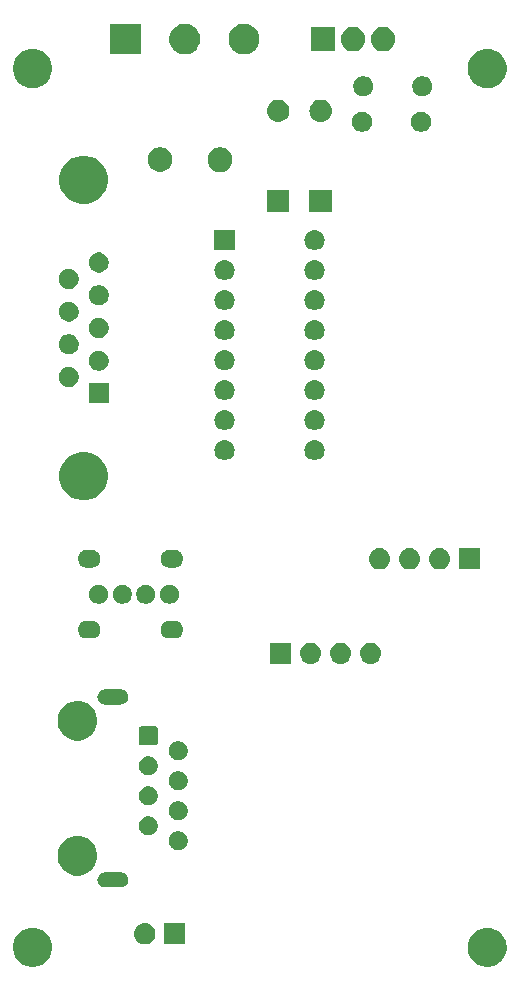
<source format=gbs>
G04 #@! TF.GenerationSoftware,KiCad,Pcbnew,5.1.4*
G04 #@! TF.CreationDate,2019-10-01T21:08:12+02:00*
G04 #@! TF.ProjectId,bluetoothkiste,626c7565-746f-46f7-9468-6b697374652e,rev?*
G04 #@! TF.SameCoordinates,Original*
G04 #@! TF.FileFunction,Soldermask,Bot*
G04 #@! TF.FilePolarity,Negative*
%FSLAX46Y46*%
G04 Gerber Fmt 4.6, Leading zero omitted, Abs format (unit mm)*
G04 Created by KiCad (PCBNEW 5.1.4) date 2019-10-01 21:08:12*
%MOMM*%
%LPD*%
G04 APERTURE LIST*
%ADD10C,0.100000*%
G04 APERTURE END LIST*
D10*
G36*
X197875256Y-100291298D02*
G01*
X197981579Y-100312447D01*
X198282042Y-100436903D01*
X198552451Y-100617585D01*
X198782415Y-100847549D01*
X198963097Y-101117958D01*
X199075858Y-101390186D01*
X199087553Y-101418422D01*
X199120975Y-101586442D01*
X199151000Y-101737391D01*
X199151000Y-102062609D01*
X199087553Y-102381579D01*
X198963097Y-102682042D01*
X198782415Y-102952451D01*
X198552451Y-103182415D01*
X198282042Y-103363097D01*
X197981579Y-103487553D01*
X197875256Y-103508702D01*
X197662611Y-103551000D01*
X197337389Y-103551000D01*
X197124744Y-103508702D01*
X197018421Y-103487553D01*
X196717958Y-103363097D01*
X196447549Y-103182415D01*
X196217585Y-102952451D01*
X196036903Y-102682042D01*
X195912447Y-102381579D01*
X195849000Y-102062609D01*
X195849000Y-101737391D01*
X195879026Y-101586442D01*
X195912447Y-101418422D01*
X195924143Y-101390186D01*
X196036903Y-101117958D01*
X196217585Y-100847549D01*
X196447549Y-100617585D01*
X196717958Y-100436903D01*
X197018421Y-100312447D01*
X197124744Y-100291298D01*
X197337389Y-100249000D01*
X197662611Y-100249000D01*
X197875256Y-100291298D01*
X197875256Y-100291298D01*
G37*
G36*
X159375256Y-100291298D02*
G01*
X159481579Y-100312447D01*
X159782042Y-100436903D01*
X160052451Y-100617585D01*
X160282415Y-100847549D01*
X160463097Y-101117958D01*
X160575858Y-101390186D01*
X160587553Y-101418422D01*
X160620975Y-101586442D01*
X160651000Y-101737391D01*
X160651000Y-102062609D01*
X160587553Y-102381579D01*
X160463097Y-102682042D01*
X160282415Y-102952451D01*
X160052451Y-103182415D01*
X159782042Y-103363097D01*
X159481579Y-103487553D01*
X159375256Y-103508702D01*
X159162611Y-103551000D01*
X158837389Y-103551000D01*
X158624744Y-103508702D01*
X158518421Y-103487553D01*
X158217958Y-103363097D01*
X157947549Y-103182415D01*
X157717585Y-102952451D01*
X157536903Y-102682042D01*
X157412447Y-102381579D01*
X157349000Y-102062609D01*
X157349000Y-101737391D01*
X157379026Y-101586442D01*
X157412447Y-101418422D01*
X157424143Y-101390186D01*
X157536903Y-101117958D01*
X157717585Y-100847549D01*
X157947549Y-100617585D01*
X158217958Y-100436903D01*
X158518421Y-100312447D01*
X158624744Y-100291298D01*
X158837389Y-100249000D01*
X159162611Y-100249000D01*
X159375256Y-100291298D01*
X159375256Y-100291298D01*
G37*
G36*
X168610442Y-99855518D02*
G01*
X168676627Y-99862037D01*
X168846466Y-99913557D01*
X169002991Y-99997222D01*
X169038729Y-100026552D01*
X169140186Y-100109814D01*
X169223448Y-100211271D01*
X169252778Y-100247009D01*
X169336443Y-100403534D01*
X169387963Y-100573373D01*
X169405359Y-100750000D01*
X169387963Y-100926627D01*
X169336443Y-101096466D01*
X169252778Y-101252991D01*
X169223448Y-101288729D01*
X169140186Y-101390186D01*
X169038729Y-101473448D01*
X169002991Y-101502778D01*
X168846466Y-101586443D01*
X168676627Y-101637963D01*
X168610442Y-101644482D01*
X168544260Y-101651000D01*
X168455740Y-101651000D01*
X168389557Y-101644481D01*
X168323373Y-101637963D01*
X168153534Y-101586443D01*
X167997009Y-101502778D01*
X167961271Y-101473448D01*
X167859814Y-101390186D01*
X167776552Y-101288729D01*
X167747222Y-101252991D01*
X167663557Y-101096466D01*
X167612037Y-100926627D01*
X167594641Y-100750000D01*
X167612037Y-100573373D01*
X167663557Y-100403534D01*
X167747222Y-100247009D01*
X167776552Y-100211271D01*
X167859814Y-100109814D01*
X167961271Y-100026552D01*
X167997009Y-99997222D01*
X168153534Y-99913557D01*
X168323373Y-99862037D01*
X168389557Y-99855519D01*
X168455740Y-99849000D01*
X168544260Y-99849000D01*
X168610442Y-99855518D01*
X168610442Y-99855518D01*
G37*
G36*
X171941000Y-101651000D02*
G01*
X170139000Y-101651000D01*
X170139000Y-99849000D01*
X171941000Y-99849000D01*
X171941000Y-101651000D01*
X171941000Y-101651000D01*
G37*
G36*
X166513855Y-95537140D02*
G01*
X166577618Y-95543420D01*
X166668404Y-95570960D01*
X166700336Y-95580646D01*
X166813425Y-95641094D01*
X166912554Y-95722446D01*
X166993906Y-95821575D01*
X167054354Y-95934664D01*
X167054355Y-95934668D01*
X167091580Y-96057382D01*
X167104149Y-96185000D01*
X167091580Y-96312618D01*
X167064040Y-96403404D01*
X167054354Y-96435336D01*
X166993906Y-96548425D01*
X166912554Y-96647554D01*
X166813425Y-96728906D01*
X166700336Y-96789354D01*
X166668404Y-96799040D01*
X166577618Y-96826580D01*
X166513855Y-96832860D01*
X166481974Y-96836000D01*
X165118026Y-96836000D01*
X165086145Y-96832860D01*
X165022382Y-96826580D01*
X164931596Y-96799040D01*
X164899664Y-96789354D01*
X164786575Y-96728906D01*
X164687446Y-96647554D01*
X164606094Y-96548425D01*
X164545646Y-96435336D01*
X164535960Y-96403404D01*
X164508420Y-96312618D01*
X164495851Y-96185000D01*
X164508420Y-96057382D01*
X164545645Y-95934668D01*
X164545646Y-95934664D01*
X164606094Y-95821575D01*
X164687446Y-95722446D01*
X164786575Y-95641094D01*
X164899664Y-95580646D01*
X164931596Y-95570960D01*
X165022382Y-95543420D01*
X165086145Y-95537140D01*
X165118026Y-95534000D01*
X166481974Y-95534000D01*
X166513855Y-95537140D01*
X166513855Y-95537140D01*
G37*
G36*
X163073592Y-92500586D02*
G01*
X163288871Y-92543408D01*
X163593883Y-92669748D01*
X163868387Y-92853166D01*
X164101834Y-93086613D01*
X164285252Y-93361117D01*
X164411592Y-93666129D01*
X164476000Y-93989928D01*
X164476000Y-94320072D01*
X164411592Y-94643871D01*
X164285252Y-94948883D01*
X164101834Y-95223387D01*
X163868387Y-95456834D01*
X163593883Y-95640252D01*
X163288871Y-95766592D01*
X162965073Y-95831000D01*
X162634927Y-95831000D01*
X162311129Y-95766592D01*
X162006117Y-95640252D01*
X161731613Y-95456834D01*
X161498166Y-95223387D01*
X161314748Y-94948883D01*
X161188408Y-94643871D01*
X161124000Y-94320072D01*
X161124000Y-93989928D01*
X161188408Y-93666129D01*
X161314748Y-93361117D01*
X161498166Y-93086613D01*
X161731613Y-92853166D01*
X162006117Y-92669748D01*
X162311129Y-92543408D01*
X162526408Y-92500586D01*
X162634927Y-92479000D01*
X162965073Y-92479000D01*
X163073592Y-92500586D01*
X163073592Y-92500586D01*
G37*
G36*
X171573642Y-92109781D02*
G01*
X171719414Y-92170162D01*
X171719416Y-92170163D01*
X171850608Y-92257822D01*
X171962178Y-92369392D01*
X171996661Y-92421000D01*
X172049838Y-92500586D01*
X172110219Y-92646358D01*
X172141000Y-92801107D01*
X172141000Y-92958893D01*
X172110219Y-93113642D01*
X172049838Y-93259414D01*
X172049837Y-93259416D01*
X171962178Y-93390608D01*
X171850608Y-93502178D01*
X171719416Y-93589837D01*
X171719415Y-93589838D01*
X171719414Y-93589838D01*
X171573642Y-93650219D01*
X171418893Y-93681000D01*
X171261107Y-93681000D01*
X171106358Y-93650219D01*
X170960586Y-93589838D01*
X170960585Y-93589838D01*
X170960584Y-93589837D01*
X170829392Y-93502178D01*
X170717822Y-93390608D01*
X170630163Y-93259416D01*
X170630162Y-93259414D01*
X170569781Y-93113642D01*
X170539000Y-92958893D01*
X170539000Y-92801107D01*
X170569781Y-92646358D01*
X170630162Y-92500586D01*
X170683339Y-92421000D01*
X170717822Y-92369392D01*
X170829392Y-92257822D01*
X170960584Y-92170163D01*
X170960586Y-92170162D01*
X171106358Y-92109781D01*
X171261107Y-92079000D01*
X171418893Y-92079000D01*
X171573642Y-92109781D01*
X171573642Y-92109781D01*
G37*
G36*
X169033642Y-90849781D02*
G01*
X169179414Y-90910162D01*
X169179416Y-90910163D01*
X169310608Y-90997822D01*
X169422178Y-91109392D01*
X169509837Y-91240584D01*
X169509838Y-91240586D01*
X169570219Y-91386358D01*
X169601000Y-91541107D01*
X169601000Y-91698893D01*
X169570219Y-91853642D01*
X169509838Y-91999414D01*
X169509837Y-91999416D01*
X169422178Y-92130608D01*
X169310608Y-92242178D01*
X169179416Y-92329837D01*
X169179415Y-92329838D01*
X169179414Y-92329838D01*
X169033642Y-92390219D01*
X168878893Y-92421000D01*
X168721107Y-92421000D01*
X168566358Y-92390219D01*
X168420586Y-92329838D01*
X168420585Y-92329838D01*
X168420584Y-92329837D01*
X168289392Y-92242178D01*
X168177822Y-92130608D01*
X168090163Y-91999416D01*
X168090162Y-91999414D01*
X168029781Y-91853642D01*
X167999000Y-91698893D01*
X167999000Y-91541107D01*
X168029781Y-91386358D01*
X168090162Y-91240586D01*
X168090163Y-91240584D01*
X168177822Y-91109392D01*
X168289392Y-90997822D01*
X168420584Y-90910163D01*
X168420586Y-90910162D01*
X168566358Y-90849781D01*
X168721107Y-90819000D01*
X168878893Y-90819000D01*
X169033642Y-90849781D01*
X169033642Y-90849781D01*
G37*
G36*
X171573642Y-89569781D02*
G01*
X171719414Y-89630162D01*
X171719416Y-89630163D01*
X171850608Y-89717822D01*
X171962178Y-89829392D01*
X171996661Y-89881000D01*
X172049838Y-89960586D01*
X172110219Y-90106358D01*
X172141000Y-90261107D01*
X172141000Y-90418893D01*
X172110219Y-90573642D01*
X172049838Y-90719414D01*
X172049837Y-90719416D01*
X171962178Y-90850608D01*
X171850608Y-90962178D01*
X171719416Y-91049837D01*
X171719415Y-91049838D01*
X171719414Y-91049838D01*
X171573642Y-91110219D01*
X171418893Y-91141000D01*
X171261107Y-91141000D01*
X171106358Y-91110219D01*
X170960586Y-91049838D01*
X170960585Y-91049838D01*
X170960584Y-91049837D01*
X170829392Y-90962178D01*
X170717822Y-90850608D01*
X170630163Y-90719416D01*
X170630162Y-90719414D01*
X170569781Y-90573642D01*
X170539000Y-90418893D01*
X170539000Y-90261107D01*
X170569781Y-90106358D01*
X170630162Y-89960586D01*
X170683339Y-89881000D01*
X170717822Y-89829392D01*
X170829392Y-89717822D01*
X170960584Y-89630163D01*
X170960586Y-89630162D01*
X171106358Y-89569781D01*
X171261107Y-89539000D01*
X171418893Y-89539000D01*
X171573642Y-89569781D01*
X171573642Y-89569781D01*
G37*
G36*
X169033642Y-88309781D02*
G01*
X169179414Y-88370162D01*
X169179416Y-88370163D01*
X169310608Y-88457822D01*
X169422178Y-88569392D01*
X169509837Y-88700584D01*
X169509838Y-88700586D01*
X169570219Y-88846358D01*
X169601000Y-89001107D01*
X169601000Y-89158893D01*
X169570219Y-89313642D01*
X169509838Y-89459414D01*
X169509837Y-89459416D01*
X169422178Y-89590608D01*
X169310608Y-89702178D01*
X169179416Y-89789837D01*
X169179415Y-89789838D01*
X169179414Y-89789838D01*
X169033642Y-89850219D01*
X168878893Y-89881000D01*
X168721107Y-89881000D01*
X168566358Y-89850219D01*
X168420586Y-89789838D01*
X168420585Y-89789838D01*
X168420584Y-89789837D01*
X168289392Y-89702178D01*
X168177822Y-89590608D01*
X168090163Y-89459416D01*
X168090162Y-89459414D01*
X168029781Y-89313642D01*
X167999000Y-89158893D01*
X167999000Y-89001107D01*
X168029781Y-88846358D01*
X168090162Y-88700586D01*
X168090163Y-88700584D01*
X168177822Y-88569392D01*
X168289392Y-88457822D01*
X168420584Y-88370163D01*
X168420586Y-88370162D01*
X168566358Y-88309781D01*
X168721107Y-88279000D01*
X168878893Y-88279000D01*
X169033642Y-88309781D01*
X169033642Y-88309781D01*
G37*
G36*
X171573642Y-87029781D02*
G01*
X171719414Y-87090162D01*
X171719416Y-87090163D01*
X171850608Y-87177822D01*
X171962178Y-87289392D01*
X171996661Y-87341000D01*
X172049838Y-87420586D01*
X172110219Y-87566358D01*
X172141000Y-87721107D01*
X172141000Y-87878893D01*
X172110219Y-88033642D01*
X172049838Y-88179414D01*
X172049837Y-88179416D01*
X171962178Y-88310608D01*
X171850608Y-88422178D01*
X171719416Y-88509837D01*
X171719415Y-88509838D01*
X171719414Y-88509838D01*
X171573642Y-88570219D01*
X171418893Y-88601000D01*
X171261107Y-88601000D01*
X171106358Y-88570219D01*
X170960586Y-88509838D01*
X170960585Y-88509838D01*
X170960584Y-88509837D01*
X170829392Y-88422178D01*
X170717822Y-88310608D01*
X170630163Y-88179416D01*
X170630162Y-88179414D01*
X170569781Y-88033642D01*
X170539000Y-87878893D01*
X170539000Y-87721107D01*
X170569781Y-87566358D01*
X170630162Y-87420586D01*
X170683339Y-87341000D01*
X170717822Y-87289392D01*
X170829392Y-87177822D01*
X170960584Y-87090163D01*
X170960586Y-87090162D01*
X171106358Y-87029781D01*
X171261107Y-86999000D01*
X171418893Y-86999000D01*
X171573642Y-87029781D01*
X171573642Y-87029781D01*
G37*
G36*
X169033642Y-85769781D02*
G01*
X169179414Y-85830162D01*
X169179416Y-85830163D01*
X169310608Y-85917822D01*
X169422178Y-86029392D01*
X169509837Y-86160584D01*
X169509838Y-86160586D01*
X169570219Y-86306358D01*
X169601000Y-86461107D01*
X169601000Y-86618893D01*
X169570219Y-86773642D01*
X169509838Y-86919414D01*
X169509837Y-86919416D01*
X169422178Y-87050608D01*
X169310608Y-87162178D01*
X169179416Y-87249837D01*
X169179415Y-87249838D01*
X169179414Y-87249838D01*
X169033642Y-87310219D01*
X168878893Y-87341000D01*
X168721107Y-87341000D01*
X168566358Y-87310219D01*
X168420586Y-87249838D01*
X168420585Y-87249838D01*
X168420584Y-87249837D01*
X168289392Y-87162178D01*
X168177822Y-87050608D01*
X168090163Y-86919416D01*
X168090162Y-86919414D01*
X168029781Y-86773642D01*
X167999000Y-86618893D01*
X167999000Y-86461107D01*
X168029781Y-86306358D01*
X168090162Y-86160586D01*
X168090163Y-86160584D01*
X168177822Y-86029392D01*
X168289392Y-85917822D01*
X168420584Y-85830163D01*
X168420586Y-85830162D01*
X168566358Y-85769781D01*
X168721107Y-85739000D01*
X168878893Y-85739000D01*
X169033642Y-85769781D01*
X169033642Y-85769781D01*
G37*
G36*
X171573642Y-84489781D02*
G01*
X171679106Y-84533466D01*
X171719416Y-84550163D01*
X171850608Y-84637822D01*
X171962178Y-84749392D01*
X171996661Y-84801000D01*
X172049838Y-84880586D01*
X172110219Y-85026358D01*
X172141000Y-85181107D01*
X172141000Y-85338893D01*
X172110219Y-85493642D01*
X172049838Y-85639414D01*
X172049837Y-85639416D01*
X171962178Y-85770608D01*
X171850608Y-85882178D01*
X171719416Y-85969837D01*
X171719415Y-85969838D01*
X171719414Y-85969838D01*
X171573642Y-86030219D01*
X171418893Y-86061000D01*
X171261107Y-86061000D01*
X171106358Y-86030219D01*
X170960586Y-85969838D01*
X170960585Y-85969838D01*
X170960584Y-85969837D01*
X170829392Y-85882178D01*
X170717822Y-85770608D01*
X170630163Y-85639416D01*
X170630162Y-85639414D01*
X170569781Y-85493642D01*
X170539000Y-85338893D01*
X170539000Y-85181107D01*
X170569781Y-85026358D01*
X170630162Y-84880586D01*
X170683339Y-84801000D01*
X170717822Y-84749392D01*
X170829392Y-84637822D01*
X170960584Y-84550163D01*
X171000894Y-84533466D01*
X171106358Y-84489781D01*
X171261107Y-84459000D01*
X171418893Y-84459000D01*
X171573642Y-84489781D01*
X171573642Y-84489781D01*
G37*
G36*
X169452546Y-83203134D02*
G01*
X169487010Y-83213589D01*
X169518761Y-83230560D01*
X169546597Y-83253403D01*
X169569440Y-83281239D01*
X169586411Y-83312990D01*
X169596866Y-83347454D01*
X169601000Y-83389425D01*
X169601000Y-84610575D01*
X169596866Y-84652546D01*
X169586411Y-84687010D01*
X169569440Y-84718761D01*
X169546597Y-84746597D01*
X169518761Y-84769440D01*
X169487010Y-84786411D01*
X169452546Y-84796866D01*
X169410575Y-84801000D01*
X168189425Y-84801000D01*
X168147454Y-84796866D01*
X168112990Y-84786411D01*
X168081239Y-84769440D01*
X168053403Y-84746597D01*
X168030560Y-84718761D01*
X168013589Y-84687010D01*
X168003134Y-84652546D01*
X167999000Y-84610575D01*
X167999000Y-83389425D01*
X168003134Y-83347454D01*
X168013589Y-83312990D01*
X168030560Y-83281239D01*
X168053403Y-83253403D01*
X168081239Y-83230560D01*
X168112990Y-83213589D01*
X168147454Y-83203134D01*
X168189425Y-83199000D01*
X169410575Y-83199000D01*
X169452546Y-83203134D01*
X169452546Y-83203134D01*
G37*
G36*
X163126971Y-81081204D02*
G01*
X163288871Y-81113408D01*
X163593883Y-81239748D01*
X163868387Y-81423166D01*
X164101834Y-81656613D01*
X164285252Y-81931117D01*
X164411592Y-82236129D01*
X164476000Y-82559928D01*
X164476000Y-82890072D01*
X164411592Y-83213871D01*
X164285252Y-83518883D01*
X164101834Y-83793387D01*
X163868387Y-84026834D01*
X163593883Y-84210252D01*
X163288871Y-84336592D01*
X162965073Y-84401000D01*
X162634927Y-84401000D01*
X162473029Y-84368796D01*
X162311129Y-84336592D01*
X162006117Y-84210252D01*
X161731613Y-84026834D01*
X161498166Y-83793387D01*
X161314748Y-83518883D01*
X161188408Y-83213871D01*
X161124000Y-82890072D01*
X161124000Y-82559928D01*
X161188408Y-82236129D01*
X161314748Y-81931117D01*
X161498166Y-81656613D01*
X161731613Y-81423166D01*
X162006117Y-81239748D01*
X162311129Y-81113408D01*
X162634927Y-81049000D01*
X162965073Y-81049000D01*
X163126971Y-81081204D01*
X163126971Y-81081204D01*
G37*
G36*
X166513855Y-80047140D02*
G01*
X166577618Y-80053420D01*
X166668404Y-80080960D01*
X166700336Y-80090646D01*
X166813425Y-80151094D01*
X166912554Y-80232446D01*
X166993906Y-80331575D01*
X167054354Y-80444664D01*
X167054355Y-80444668D01*
X167091580Y-80567382D01*
X167104149Y-80695000D01*
X167091580Y-80822618D01*
X167064040Y-80913404D01*
X167054354Y-80945336D01*
X166993906Y-81058425D01*
X166912554Y-81157554D01*
X166813425Y-81238906D01*
X166700336Y-81299354D01*
X166668404Y-81309040D01*
X166577618Y-81336580D01*
X166513855Y-81342860D01*
X166481974Y-81346000D01*
X165118026Y-81346000D01*
X165086145Y-81342860D01*
X165022382Y-81336580D01*
X164931596Y-81309040D01*
X164899664Y-81299354D01*
X164786575Y-81238906D01*
X164687446Y-81157554D01*
X164606094Y-81058425D01*
X164545646Y-80945336D01*
X164535960Y-80913404D01*
X164508420Y-80822618D01*
X164495851Y-80695000D01*
X164508420Y-80567382D01*
X164545645Y-80444668D01*
X164545646Y-80444664D01*
X164606094Y-80331575D01*
X164687446Y-80232446D01*
X164786575Y-80151094D01*
X164899664Y-80090646D01*
X164931596Y-80080960D01*
X165022382Y-80053420D01*
X165086145Y-80047140D01*
X165118026Y-80044000D01*
X166481974Y-80044000D01*
X166513855Y-80047140D01*
X166513855Y-80047140D01*
G37*
G36*
X187730443Y-76105519D02*
G01*
X187796627Y-76112037D01*
X187966466Y-76163557D01*
X188122991Y-76247222D01*
X188158729Y-76276552D01*
X188260186Y-76359814D01*
X188343448Y-76461271D01*
X188372778Y-76497009D01*
X188456443Y-76653534D01*
X188507963Y-76823373D01*
X188525359Y-77000000D01*
X188507963Y-77176627D01*
X188456443Y-77346466D01*
X188372778Y-77502991D01*
X188343448Y-77538729D01*
X188260186Y-77640186D01*
X188158729Y-77723448D01*
X188122991Y-77752778D01*
X187966466Y-77836443D01*
X187796627Y-77887963D01*
X187730442Y-77894482D01*
X187664260Y-77901000D01*
X187575740Y-77901000D01*
X187509558Y-77894482D01*
X187443373Y-77887963D01*
X187273534Y-77836443D01*
X187117009Y-77752778D01*
X187081271Y-77723448D01*
X186979814Y-77640186D01*
X186896552Y-77538729D01*
X186867222Y-77502991D01*
X186783557Y-77346466D01*
X186732037Y-77176627D01*
X186714641Y-77000000D01*
X186732037Y-76823373D01*
X186783557Y-76653534D01*
X186867222Y-76497009D01*
X186896552Y-76461271D01*
X186979814Y-76359814D01*
X187081271Y-76276552D01*
X187117009Y-76247222D01*
X187273534Y-76163557D01*
X187443373Y-76112037D01*
X187509557Y-76105519D01*
X187575740Y-76099000D01*
X187664260Y-76099000D01*
X187730443Y-76105519D01*
X187730443Y-76105519D01*
G37*
G36*
X185190443Y-76105519D02*
G01*
X185256627Y-76112037D01*
X185426466Y-76163557D01*
X185582991Y-76247222D01*
X185618729Y-76276552D01*
X185720186Y-76359814D01*
X185803448Y-76461271D01*
X185832778Y-76497009D01*
X185916443Y-76653534D01*
X185967963Y-76823373D01*
X185985359Y-77000000D01*
X185967963Y-77176627D01*
X185916443Y-77346466D01*
X185832778Y-77502991D01*
X185803448Y-77538729D01*
X185720186Y-77640186D01*
X185618729Y-77723448D01*
X185582991Y-77752778D01*
X185426466Y-77836443D01*
X185256627Y-77887963D01*
X185190442Y-77894482D01*
X185124260Y-77901000D01*
X185035740Y-77901000D01*
X184969558Y-77894482D01*
X184903373Y-77887963D01*
X184733534Y-77836443D01*
X184577009Y-77752778D01*
X184541271Y-77723448D01*
X184439814Y-77640186D01*
X184356552Y-77538729D01*
X184327222Y-77502991D01*
X184243557Y-77346466D01*
X184192037Y-77176627D01*
X184174641Y-77000000D01*
X184192037Y-76823373D01*
X184243557Y-76653534D01*
X184327222Y-76497009D01*
X184356552Y-76461271D01*
X184439814Y-76359814D01*
X184541271Y-76276552D01*
X184577009Y-76247222D01*
X184733534Y-76163557D01*
X184903373Y-76112037D01*
X184969557Y-76105519D01*
X185035740Y-76099000D01*
X185124260Y-76099000D01*
X185190443Y-76105519D01*
X185190443Y-76105519D01*
G37*
G36*
X182650443Y-76105519D02*
G01*
X182716627Y-76112037D01*
X182886466Y-76163557D01*
X183042991Y-76247222D01*
X183078729Y-76276552D01*
X183180186Y-76359814D01*
X183263448Y-76461271D01*
X183292778Y-76497009D01*
X183376443Y-76653534D01*
X183427963Y-76823373D01*
X183445359Y-77000000D01*
X183427963Y-77176627D01*
X183376443Y-77346466D01*
X183292778Y-77502991D01*
X183263448Y-77538729D01*
X183180186Y-77640186D01*
X183078729Y-77723448D01*
X183042991Y-77752778D01*
X182886466Y-77836443D01*
X182716627Y-77887963D01*
X182650442Y-77894482D01*
X182584260Y-77901000D01*
X182495740Y-77901000D01*
X182429558Y-77894482D01*
X182363373Y-77887963D01*
X182193534Y-77836443D01*
X182037009Y-77752778D01*
X182001271Y-77723448D01*
X181899814Y-77640186D01*
X181816552Y-77538729D01*
X181787222Y-77502991D01*
X181703557Y-77346466D01*
X181652037Y-77176627D01*
X181634641Y-77000000D01*
X181652037Y-76823373D01*
X181703557Y-76653534D01*
X181787222Y-76497009D01*
X181816552Y-76461271D01*
X181899814Y-76359814D01*
X182001271Y-76276552D01*
X182037009Y-76247222D01*
X182193534Y-76163557D01*
X182363373Y-76112037D01*
X182429557Y-76105519D01*
X182495740Y-76099000D01*
X182584260Y-76099000D01*
X182650443Y-76105519D01*
X182650443Y-76105519D01*
G37*
G36*
X180901000Y-77901000D02*
G01*
X179099000Y-77901000D01*
X179099000Y-76099000D01*
X180901000Y-76099000D01*
X180901000Y-77901000D01*
X180901000Y-77901000D01*
G37*
G36*
X171073665Y-74252622D02*
G01*
X171147222Y-74259867D01*
X171288786Y-74302810D01*
X171419252Y-74372546D01*
X171449040Y-74396992D01*
X171533607Y-74466393D01*
X171603008Y-74550960D01*
X171627454Y-74580748D01*
X171697190Y-74711214D01*
X171740133Y-74852778D01*
X171754633Y-75000000D01*
X171740133Y-75147222D01*
X171697190Y-75288786D01*
X171627454Y-75419252D01*
X171603008Y-75449040D01*
X171533607Y-75533607D01*
X171449040Y-75603008D01*
X171419252Y-75627454D01*
X171288786Y-75697190D01*
X171147222Y-75740133D01*
X171073665Y-75747378D01*
X171036888Y-75751000D01*
X170563112Y-75751000D01*
X170526335Y-75747378D01*
X170452778Y-75740133D01*
X170311214Y-75697190D01*
X170180748Y-75627454D01*
X170150960Y-75603008D01*
X170066393Y-75533607D01*
X169996992Y-75449040D01*
X169972546Y-75419252D01*
X169902810Y-75288786D01*
X169859867Y-75147222D01*
X169845367Y-75000000D01*
X169859867Y-74852778D01*
X169902810Y-74711214D01*
X169972546Y-74580748D01*
X169996992Y-74550960D01*
X170066393Y-74466393D01*
X170150960Y-74396992D01*
X170180748Y-74372546D01*
X170311214Y-74302810D01*
X170452778Y-74259867D01*
X170526335Y-74252622D01*
X170563112Y-74249000D01*
X171036888Y-74249000D01*
X171073665Y-74252622D01*
X171073665Y-74252622D01*
G37*
G36*
X164073665Y-74252622D02*
G01*
X164147222Y-74259867D01*
X164288786Y-74302810D01*
X164419252Y-74372546D01*
X164449040Y-74396992D01*
X164533607Y-74466393D01*
X164603008Y-74550960D01*
X164627454Y-74580748D01*
X164697190Y-74711214D01*
X164740133Y-74852778D01*
X164754633Y-75000000D01*
X164740133Y-75147222D01*
X164697190Y-75288786D01*
X164627454Y-75419252D01*
X164603008Y-75449040D01*
X164533607Y-75533607D01*
X164449040Y-75603008D01*
X164419252Y-75627454D01*
X164288786Y-75697190D01*
X164147222Y-75740133D01*
X164073665Y-75747378D01*
X164036888Y-75751000D01*
X163563112Y-75751000D01*
X163526335Y-75747378D01*
X163452778Y-75740133D01*
X163311214Y-75697190D01*
X163180748Y-75627454D01*
X163150960Y-75603008D01*
X163066393Y-75533607D01*
X162996992Y-75449040D01*
X162972546Y-75419252D01*
X162902810Y-75288786D01*
X162859867Y-75147222D01*
X162845367Y-75000000D01*
X162859867Y-74852778D01*
X162902810Y-74711214D01*
X162972546Y-74580748D01*
X162996992Y-74550960D01*
X163066393Y-74466393D01*
X163150960Y-74396992D01*
X163180748Y-74372546D01*
X163311214Y-74302810D01*
X163452778Y-74259867D01*
X163526335Y-74252622D01*
X163563112Y-74249000D01*
X164036888Y-74249000D01*
X164073665Y-74252622D01*
X164073665Y-74252622D01*
G37*
G36*
X170837142Y-71218242D02*
G01*
X170985101Y-71279529D01*
X171118255Y-71368499D01*
X171231501Y-71481745D01*
X171320471Y-71614899D01*
X171381758Y-71762858D01*
X171413000Y-71919925D01*
X171413000Y-72080075D01*
X171381758Y-72237142D01*
X171320471Y-72385101D01*
X171231501Y-72518255D01*
X171118255Y-72631501D01*
X170985101Y-72720471D01*
X170837142Y-72781758D01*
X170680075Y-72813000D01*
X170519925Y-72813000D01*
X170362858Y-72781758D01*
X170214899Y-72720471D01*
X170081745Y-72631501D01*
X169968499Y-72518255D01*
X169879529Y-72385101D01*
X169818242Y-72237142D01*
X169787000Y-72080075D01*
X169787000Y-71919925D01*
X169818242Y-71762858D01*
X169879529Y-71614899D01*
X169968499Y-71481745D01*
X170081745Y-71368499D01*
X170214899Y-71279529D01*
X170362858Y-71218242D01*
X170519925Y-71187000D01*
X170680075Y-71187000D01*
X170837142Y-71218242D01*
X170837142Y-71218242D01*
G37*
G36*
X168837142Y-71218242D02*
G01*
X168985101Y-71279529D01*
X169118255Y-71368499D01*
X169231501Y-71481745D01*
X169320471Y-71614899D01*
X169381758Y-71762858D01*
X169413000Y-71919925D01*
X169413000Y-72080075D01*
X169381758Y-72237142D01*
X169320471Y-72385101D01*
X169231501Y-72518255D01*
X169118255Y-72631501D01*
X168985101Y-72720471D01*
X168837142Y-72781758D01*
X168680075Y-72813000D01*
X168519925Y-72813000D01*
X168362858Y-72781758D01*
X168214899Y-72720471D01*
X168081745Y-72631501D01*
X167968499Y-72518255D01*
X167879529Y-72385101D01*
X167818242Y-72237142D01*
X167787000Y-72080075D01*
X167787000Y-71919925D01*
X167818242Y-71762858D01*
X167879529Y-71614899D01*
X167968499Y-71481745D01*
X168081745Y-71368499D01*
X168214899Y-71279529D01*
X168362858Y-71218242D01*
X168519925Y-71187000D01*
X168680075Y-71187000D01*
X168837142Y-71218242D01*
X168837142Y-71218242D01*
G37*
G36*
X166837142Y-71218242D02*
G01*
X166985101Y-71279529D01*
X167118255Y-71368499D01*
X167231501Y-71481745D01*
X167320471Y-71614899D01*
X167381758Y-71762858D01*
X167413000Y-71919925D01*
X167413000Y-72080075D01*
X167381758Y-72237142D01*
X167320471Y-72385101D01*
X167231501Y-72518255D01*
X167118255Y-72631501D01*
X166985101Y-72720471D01*
X166837142Y-72781758D01*
X166680075Y-72813000D01*
X166519925Y-72813000D01*
X166362858Y-72781758D01*
X166214899Y-72720471D01*
X166081745Y-72631501D01*
X165968499Y-72518255D01*
X165879529Y-72385101D01*
X165818242Y-72237142D01*
X165787000Y-72080075D01*
X165787000Y-71919925D01*
X165818242Y-71762858D01*
X165879529Y-71614899D01*
X165968499Y-71481745D01*
X166081745Y-71368499D01*
X166214899Y-71279529D01*
X166362858Y-71218242D01*
X166519925Y-71187000D01*
X166680075Y-71187000D01*
X166837142Y-71218242D01*
X166837142Y-71218242D01*
G37*
G36*
X164837142Y-71218242D02*
G01*
X164985101Y-71279529D01*
X165118255Y-71368499D01*
X165231501Y-71481745D01*
X165320471Y-71614899D01*
X165381758Y-71762858D01*
X165413000Y-71919925D01*
X165413000Y-72080075D01*
X165381758Y-72237142D01*
X165320471Y-72385101D01*
X165231501Y-72518255D01*
X165118255Y-72631501D01*
X164985101Y-72720471D01*
X164837142Y-72781758D01*
X164680075Y-72813000D01*
X164519925Y-72813000D01*
X164362858Y-72781758D01*
X164214899Y-72720471D01*
X164081745Y-72631501D01*
X163968499Y-72518255D01*
X163879529Y-72385101D01*
X163818242Y-72237142D01*
X163787000Y-72080075D01*
X163787000Y-71919925D01*
X163818242Y-71762858D01*
X163879529Y-71614899D01*
X163968499Y-71481745D01*
X164081745Y-71368499D01*
X164214899Y-71279529D01*
X164362858Y-71218242D01*
X164519925Y-71187000D01*
X164680075Y-71187000D01*
X164837142Y-71218242D01*
X164837142Y-71218242D01*
G37*
G36*
X196901000Y-69901000D02*
G01*
X195099000Y-69901000D01*
X195099000Y-68099000D01*
X196901000Y-68099000D01*
X196901000Y-69901000D01*
X196901000Y-69901000D01*
G37*
G36*
X188490443Y-68105519D02*
G01*
X188556627Y-68112037D01*
X188726466Y-68163557D01*
X188882991Y-68247222D01*
X188918729Y-68276552D01*
X189020186Y-68359814D01*
X189103448Y-68461271D01*
X189132778Y-68497009D01*
X189216443Y-68653534D01*
X189267963Y-68823373D01*
X189285359Y-69000000D01*
X189267963Y-69176627D01*
X189216443Y-69346466D01*
X189132778Y-69502991D01*
X189107653Y-69533606D01*
X189020186Y-69640186D01*
X188950725Y-69697190D01*
X188882991Y-69752778D01*
X188726466Y-69836443D01*
X188556627Y-69887963D01*
X188490443Y-69894481D01*
X188424260Y-69901000D01*
X188335740Y-69901000D01*
X188269557Y-69894481D01*
X188203373Y-69887963D01*
X188033534Y-69836443D01*
X187877009Y-69752778D01*
X187809275Y-69697190D01*
X187739814Y-69640186D01*
X187652347Y-69533606D01*
X187627222Y-69502991D01*
X187543557Y-69346466D01*
X187492037Y-69176627D01*
X187474641Y-69000000D01*
X187492037Y-68823373D01*
X187543557Y-68653534D01*
X187627222Y-68497009D01*
X187656552Y-68461271D01*
X187739814Y-68359814D01*
X187841271Y-68276552D01*
X187877009Y-68247222D01*
X188033534Y-68163557D01*
X188203373Y-68112037D01*
X188269557Y-68105519D01*
X188335740Y-68099000D01*
X188424260Y-68099000D01*
X188490443Y-68105519D01*
X188490443Y-68105519D01*
G37*
G36*
X193570443Y-68105519D02*
G01*
X193636627Y-68112037D01*
X193806466Y-68163557D01*
X193962991Y-68247222D01*
X193998729Y-68276552D01*
X194100186Y-68359814D01*
X194183448Y-68461271D01*
X194212778Y-68497009D01*
X194296443Y-68653534D01*
X194347963Y-68823373D01*
X194365359Y-69000000D01*
X194347963Y-69176627D01*
X194296443Y-69346466D01*
X194212778Y-69502991D01*
X194187653Y-69533606D01*
X194100186Y-69640186D01*
X194030725Y-69697190D01*
X193962991Y-69752778D01*
X193806466Y-69836443D01*
X193636627Y-69887963D01*
X193570443Y-69894481D01*
X193504260Y-69901000D01*
X193415740Y-69901000D01*
X193349557Y-69894481D01*
X193283373Y-69887963D01*
X193113534Y-69836443D01*
X192957009Y-69752778D01*
X192889275Y-69697190D01*
X192819814Y-69640186D01*
X192732347Y-69533606D01*
X192707222Y-69502991D01*
X192623557Y-69346466D01*
X192572037Y-69176627D01*
X192554641Y-69000000D01*
X192572037Y-68823373D01*
X192623557Y-68653534D01*
X192707222Y-68497009D01*
X192736552Y-68461271D01*
X192819814Y-68359814D01*
X192921271Y-68276552D01*
X192957009Y-68247222D01*
X193113534Y-68163557D01*
X193283373Y-68112037D01*
X193349557Y-68105519D01*
X193415740Y-68099000D01*
X193504260Y-68099000D01*
X193570443Y-68105519D01*
X193570443Y-68105519D01*
G37*
G36*
X191030443Y-68105519D02*
G01*
X191096627Y-68112037D01*
X191266466Y-68163557D01*
X191422991Y-68247222D01*
X191458729Y-68276552D01*
X191560186Y-68359814D01*
X191643448Y-68461271D01*
X191672778Y-68497009D01*
X191756443Y-68653534D01*
X191807963Y-68823373D01*
X191825359Y-69000000D01*
X191807963Y-69176627D01*
X191756443Y-69346466D01*
X191672778Y-69502991D01*
X191647653Y-69533606D01*
X191560186Y-69640186D01*
X191490725Y-69697190D01*
X191422991Y-69752778D01*
X191266466Y-69836443D01*
X191096627Y-69887963D01*
X191030443Y-69894481D01*
X190964260Y-69901000D01*
X190875740Y-69901000D01*
X190809557Y-69894481D01*
X190743373Y-69887963D01*
X190573534Y-69836443D01*
X190417009Y-69752778D01*
X190349275Y-69697190D01*
X190279814Y-69640186D01*
X190192347Y-69533606D01*
X190167222Y-69502991D01*
X190083557Y-69346466D01*
X190032037Y-69176627D01*
X190014641Y-69000000D01*
X190032037Y-68823373D01*
X190083557Y-68653534D01*
X190167222Y-68497009D01*
X190196552Y-68461271D01*
X190279814Y-68359814D01*
X190381271Y-68276552D01*
X190417009Y-68247222D01*
X190573534Y-68163557D01*
X190743373Y-68112037D01*
X190809557Y-68105519D01*
X190875740Y-68099000D01*
X190964260Y-68099000D01*
X191030443Y-68105519D01*
X191030443Y-68105519D01*
G37*
G36*
X171073665Y-68252622D02*
G01*
X171147222Y-68259867D01*
X171288786Y-68302810D01*
X171419252Y-68372546D01*
X171449040Y-68396992D01*
X171533607Y-68466393D01*
X171603008Y-68550960D01*
X171627454Y-68580748D01*
X171697190Y-68711214D01*
X171740133Y-68852778D01*
X171754633Y-69000000D01*
X171740133Y-69147222D01*
X171697190Y-69288786D01*
X171627454Y-69419252D01*
X171603008Y-69449040D01*
X171533607Y-69533607D01*
X171449040Y-69603008D01*
X171419252Y-69627454D01*
X171288786Y-69697190D01*
X171147222Y-69740133D01*
X171073665Y-69747378D01*
X171036888Y-69751000D01*
X170563112Y-69751000D01*
X170526335Y-69747378D01*
X170452778Y-69740133D01*
X170311214Y-69697190D01*
X170180748Y-69627454D01*
X170150960Y-69603008D01*
X170066393Y-69533607D01*
X169996992Y-69449040D01*
X169972546Y-69419252D01*
X169902810Y-69288786D01*
X169859867Y-69147222D01*
X169845367Y-69000000D01*
X169859867Y-68852778D01*
X169902810Y-68711214D01*
X169972546Y-68580748D01*
X169996992Y-68550960D01*
X170066393Y-68466393D01*
X170150960Y-68396992D01*
X170180748Y-68372546D01*
X170311214Y-68302810D01*
X170452778Y-68259867D01*
X170526335Y-68252622D01*
X170563112Y-68249000D01*
X171036888Y-68249000D01*
X171073665Y-68252622D01*
X171073665Y-68252622D01*
G37*
G36*
X164073665Y-68252622D02*
G01*
X164147222Y-68259867D01*
X164288786Y-68302810D01*
X164419252Y-68372546D01*
X164449040Y-68396992D01*
X164533607Y-68466393D01*
X164603008Y-68550960D01*
X164627454Y-68580748D01*
X164697190Y-68711214D01*
X164740133Y-68852778D01*
X164754633Y-69000000D01*
X164740133Y-69147222D01*
X164697190Y-69288786D01*
X164627454Y-69419252D01*
X164603008Y-69449040D01*
X164533607Y-69533607D01*
X164449040Y-69603008D01*
X164419252Y-69627454D01*
X164288786Y-69697190D01*
X164147222Y-69740133D01*
X164073665Y-69747378D01*
X164036888Y-69751000D01*
X163563112Y-69751000D01*
X163526335Y-69747378D01*
X163452778Y-69740133D01*
X163311214Y-69697190D01*
X163180748Y-69627454D01*
X163150960Y-69603008D01*
X163066393Y-69533607D01*
X162996992Y-69449040D01*
X162972546Y-69419252D01*
X162902810Y-69288786D01*
X162859867Y-69147222D01*
X162845367Y-69000000D01*
X162859867Y-68852778D01*
X162902810Y-68711214D01*
X162972546Y-68580748D01*
X162996992Y-68550960D01*
X163066393Y-68466393D01*
X163150960Y-68396992D01*
X163180748Y-68372546D01*
X163311214Y-68302810D01*
X163452778Y-68259867D01*
X163526335Y-68252622D01*
X163563112Y-68249000D01*
X164036888Y-68249000D01*
X164073665Y-68252622D01*
X164073665Y-68252622D01*
G37*
G36*
X163928254Y-60027818D02*
G01*
X164301511Y-60182426D01*
X164301513Y-60182427D01*
X164455138Y-60285076D01*
X164637436Y-60406884D01*
X164923116Y-60692564D01*
X165147574Y-61028489D01*
X165302182Y-61401746D01*
X165381000Y-61797993D01*
X165381000Y-62202007D01*
X165302182Y-62598254D01*
X165147574Y-62971511D01*
X165147573Y-62971513D01*
X164923116Y-63307436D01*
X164637436Y-63593116D01*
X164301513Y-63817573D01*
X164301512Y-63817574D01*
X164301511Y-63817574D01*
X163928254Y-63972182D01*
X163532007Y-64051000D01*
X163127993Y-64051000D01*
X162731746Y-63972182D01*
X162358489Y-63817574D01*
X162358488Y-63817574D01*
X162358487Y-63817573D01*
X162022564Y-63593116D01*
X161736884Y-63307436D01*
X161512427Y-62971513D01*
X161512426Y-62971511D01*
X161357818Y-62598254D01*
X161279000Y-62202007D01*
X161279000Y-61797993D01*
X161357818Y-61401746D01*
X161512426Y-61028489D01*
X161736884Y-60692564D01*
X162022564Y-60406884D01*
X162204862Y-60285076D01*
X162358487Y-60182427D01*
X162358489Y-60182426D01*
X162731746Y-60027818D01*
X163127993Y-59949000D01*
X163532007Y-59949000D01*
X163928254Y-60027818D01*
X163928254Y-60027818D01*
G37*
G36*
X175426823Y-58971313D02*
G01*
X175587242Y-59019976D01*
X175719906Y-59090886D01*
X175735078Y-59098996D01*
X175864659Y-59205341D01*
X175971004Y-59334922D01*
X175971005Y-59334924D01*
X176050024Y-59482758D01*
X176098687Y-59643177D01*
X176115117Y-59810000D01*
X176098687Y-59976823D01*
X176050024Y-60137242D01*
X176025872Y-60182427D01*
X175971004Y-60285078D01*
X175864659Y-60414659D01*
X175735078Y-60521004D01*
X175735076Y-60521005D01*
X175587242Y-60600024D01*
X175426823Y-60648687D01*
X175301804Y-60661000D01*
X175218196Y-60661000D01*
X175093177Y-60648687D01*
X174932758Y-60600024D01*
X174784924Y-60521005D01*
X174784922Y-60521004D01*
X174655341Y-60414659D01*
X174548996Y-60285078D01*
X174494128Y-60182427D01*
X174469976Y-60137242D01*
X174421313Y-59976823D01*
X174404883Y-59810000D01*
X174421313Y-59643177D01*
X174469976Y-59482758D01*
X174548995Y-59334924D01*
X174548996Y-59334922D01*
X174655341Y-59205341D01*
X174784922Y-59098996D01*
X174800094Y-59090886D01*
X174932758Y-59019976D01*
X175093177Y-58971313D01*
X175218196Y-58959000D01*
X175301804Y-58959000D01*
X175426823Y-58971313D01*
X175426823Y-58971313D01*
G37*
G36*
X183046823Y-58971313D02*
G01*
X183207242Y-59019976D01*
X183339906Y-59090886D01*
X183355078Y-59098996D01*
X183484659Y-59205341D01*
X183591004Y-59334922D01*
X183591005Y-59334924D01*
X183670024Y-59482758D01*
X183718687Y-59643177D01*
X183735117Y-59810000D01*
X183718687Y-59976823D01*
X183670024Y-60137242D01*
X183645872Y-60182427D01*
X183591004Y-60285078D01*
X183484659Y-60414659D01*
X183355078Y-60521004D01*
X183355076Y-60521005D01*
X183207242Y-60600024D01*
X183046823Y-60648687D01*
X182921804Y-60661000D01*
X182838196Y-60661000D01*
X182713177Y-60648687D01*
X182552758Y-60600024D01*
X182404924Y-60521005D01*
X182404922Y-60521004D01*
X182275341Y-60414659D01*
X182168996Y-60285078D01*
X182114128Y-60182427D01*
X182089976Y-60137242D01*
X182041313Y-59976823D01*
X182024883Y-59810000D01*
X182041313Y-59643177D01*
X182089976Y-59482758D01*
X182168995Y-59334924D01*
X182168996Y-59334922D01*
X182275341Y-59205341D01*
X182404922Y-59098996D01*
X182420094Y-59090886D01*
X182552758Y-59019976D01*
X182713177Y-58971313D01*
X182838196Y-58959000D01*
X182921804Y-58959000D01*
X183046823Y-58971313D01*
X183046823Y-58971313D01*
G37*
G36*
X183046823Y-56431313D02*
G01*
X183207242Y-56479976D01*
X183339906Y-56550886D01*
X183355078Y-56558996D01*
X183484659Y-56665341D01*
X183591004Y-56794922D01*
X183591005Y-56794924D01*
X183670024Y-56942758D01*
X183718687Y-57103177D01*
X183735117Y-57270000D01*
X183718687Y-57436823D01*
X183670024Y-57597242D01*
X183599114Y-57729906D01*
X183591004Y-57745078D01*
X183484659Y-57874659D01*
X183355078Y-57981004D01*
X183355076Y-57981005D01*
X183207242Y-58060024D01*
X183046823Y-58108687D01*
X182921804Y-58121000D01*
X182838196Y-58121000D01*
X182713177Y-58108687D01*
X182552758Y-58060024D01*
X182404924Y-57981005D01*
X182404922Y-57981004D01*
X182275341Y-57874659D01*
X182168996Y-57745078D01*
X182160886Y-57729906D01*
X182089976Y-57597242D01*
X182041313Y-57436823D01*
X182024883Y-57270000D01*
X182041313Y-57103177D01*
X182089976Y-56942758D01*
X182168995Y-56794924D01*
X182168996Y-56794922D01*
X182275341Y-56665341D01*
X182404922Y-56558996D01*
X182420094Y-56550886D01*
X182552758Y-56479976D01*
X182713177Y-56431313D01*
X182838196Y-56419000D01*
X182921804Y-56419000D01*
X183046823Y-56431313D01*
X183046823Y-56431313D01*
G37*
G36*
X175426823Y-56431313D02*
G01*
X175587242Y-56479976D01*
X175719906Y-56550886D01*
X175735078Y-56558996D01*
X175864659Y-56665341D01*
X175971004Y-56794922D01*
X175971005Y-56794924D01*
X176050024Y-56942758D01*
X176098687Y-57103177D01*
X176115117Y-57270000D01*
X176098687Y-57436823D01*
X176050024Y-57597242D01*
X175979114Y-57729906D01*
X175971004Y-57745078D01*
X175864659Y-57874659D01*
X175735078Y-57981004D01*
X175735076Y-57981005D01*
X175587242Y-58060024D01*
X175426823Y-58108687D01*
X175301804Y-58121000D01*
X175218196Y-58121000D01*
X175093177Y-58108687D01*
X174932758Y-58060024D01*
X174784924Y-57981005D01*
X174784922Y-57981004D01*
X174655341Y-57874659D01*
X174548996Y-57745078D01*
X174540886Y-57729906D01*
X174469976Y-57597242D01*
X174421313Y-57436823D01*
X174404883Y-57270000D01*
X174421313Y-57103177D01*
X174469976Y-56942758D01*
X174548995Y-56794924D01*
X174548996Y-56794922D01*
X174655341Y-56665341D01*
X174784922Y-56558996D01*
X174800094Y-56550886D01*
X174932758Y-56479976D01*
X175093177Y-56431313D01*
X175218196Y-56419000D01*
X175301804Y-56419000D01*
X175426823Y-56431313D01*
X175426823Y-56431313D01*
G37*
G36*
X165451000Y-55851000D02*
G01*
X163749000Y-55851000D01*
X163749000Y-54149000D01*
X165451000Y-54149000D01*
X165451000Y-55851000D01*
X165451000Y-55851000D01*
G37*
G36*
X183046823Y-53891313D02*
G01*
X183207242Y-53939976D01*
X183339906Y-54010886D01*
X183355078Y-54018996D01*
X183484659Y-54125341D01*
X183591004Y-54254922D01*
X183591005Y-54254924D01*
X183670024Y-54402758D01*
X183718687Y-54563177D01*
X183735117Y-54730000D01*
X183718687Y-54896823D01*
X183670024Y-55057242D01*
X183599114Y-55189906D01*
X183591004Y-55205078D01*
X183484659Y-55334659D01*
X183355078Y-55441004D01*
X183355076Y-55441005D01*
X183207242Y-55520024D01*
X183046823Y-55568687D01*
X182921804Y-55581000D01*
X182838196Y-55581000D01*
X182713177Y-55568687D01*
X182552758Y-55520024D01*
X182404924Y-55441005D01*
X182404922Y-55441004D01*
X182275341Y-55334659D01*
X182168996Y-55205078D01*
X182160886Y-55189906D01*
X182089976Y-55057242D01*
X182041313Y-54896823D01*
X182024883Y-54730000D01*
X182041313Y-54563177D01*
X182089976Y-54402758D01*
X182168995Y-54254924D01*
X182168996Y-54254922D01*
X182275341Y-54125341D01*
X182404922Y-54018996D01*
X182420094Y-54010886D01*
X182552758Y-53939976D01*
X182713177Y-53891313D01*
X182838196Y-53879000D01*
X182921804Y-53879000D01*
X183046823Y-53891313D01*
X183046823Y-53891313D01*
G37*
G36*
X175426823Y-53891313D02*
G01*
X175587242Y-53939976D01*
X175719906Y-54010886D01*
X175735078Y-54018996D01*
X175864659Y-54125341D01*
X175971004Y-54254922D01*
X175971005Y-54254924D01*
X176050024Y-54402758D01*
X176098687Y-54563177D01*
X176115117Y-54730000D01*
X176098687Y-54896823D01*
X176050024Y-55057242D01*
X175979114Y-55189906D01*
X175971004Y-55205078D01*
X175864659Y-55334659D01*
X175735078Y-55441004D01*
X175735076Y-55441005D01*
X175587242Y-55520024D01*
X175426823Y-55568687D01*
X175301804Y-55581000D01*
X175218196Y-55581000D01*
X175093177Y-55568687D01*
X174932758Y-55520024D01*
X174784924Y-55441005D01*
X174784922Y-55441004D01*
X174655341Y-55334659D01*
X174548996Y-55205078D01*
X174540886Y-55189906D01*
X174469976Y-55057242D01*
X174421313Y-54896823D01*
X174404883Y-54730000D01*
X174421313Y-54563177D01*
X174469976Y-54402758D01*
X174548995Y-54254924D01*
X174548996Y-54254922D01*
X174655341Y-54125341D01*
X174784922Y-54018996D01*
X174800094Y-54010886D01*
X174932758Y-53939976D01*
X175093177Y-53891313D01*
X175218196Y-53879000D01*
X175301804Y-53879000D01*
X175426823Y-53891313D01*
X175426823Y-53891313D01*
G37*
G36*
X162308228Y-52796703D02*
G01*
X162463100Y-52860853D01*
X162602481Y-52953985D01*
X162721015Y-53072519D01*
X162814147Y-53211900D01*
X162878297Y-53366772D01*
X162911000Y-53531184D01*
X162911000Y-53698816D01*
X162878297Y-53863228D01*
X162814147Y-54018100D01*
X162721015Y-54157481D01*
X162602481Y-54276015D01*
X162463100Y-54369147D01*
X162308228Y-54433297D01*
X162143816Y-54466000D01*
X161976184Y-54466000D01*
X161811772Y-54433297D01*
X161656900Y-54369147D01*
X161517519Y-54276015D01*
X161398985Y-54157481D01*
X161305853Y-54018100D01*
X161241703Y-53863228D01*
X161209000Y-53698816D01*
X161209000Y-53531184D01*
X161241703Y-53366772D01*
X161305853Y-53211900D01*
X161398985Y-53072519D01*
X161517519Y-52953985D01*
X161656900Y-52860853D01*
X161811772Y-52796703D01*
X161976184Y-52764000D01*
X162143816Y-52764000D01*
X162308228Y-52796703D01*
X162308228Y-52796703D01*
G37*
G36*
X164848228Y-51411703D02*
G01*
X165003100Y-51475853D01*
X165142481Y-51568985D01*
X165261015Y-51687519D01*
X165354147Y-51826900D01*
X165418297Y-51981772D01*
X165451000Y-52146184D01*
X165451000Y-52313816D01*
X165418297Y-52478228D01*
X165354147Y-52633100D01*
X165261015Y-52772481D01*
X165142481Y-52891015D01*
X165003100Y-52984147D01*
X164848228Y-53048297D01*
X164683816Y-53081000D01*
X164516184Y-53081000D01*
X164351772Y-53048297D01*
X164196900Y-52984147D01*
X164057519Y-52891015D01*
X163938985Y-52772481D01*
X163845853Y-52633100D01*
X163781703Y-52478228D01*
X163749000Y-52313816D01*
X163749000Y-52146184D01*
X163781703Y-51981772D01*
X163845853Y-51826900D01*
X163938985Y-51687519D01*
X164057519Y-51568985D01*
X164196900Y-51475853D01*
X164351772Y-51411703D01*
X164516184Y-51379000D01*
X164683816Y-51379000D01*
X164848228Y-51411703D01*
X164848228Y-51411703D01*
G37*
G36*
X183046823Y-51351313D02*
G01*
X183207242Y-51399976D01*
X183339906Y-51470886D01*
X183355078Y-51478996D01*
X183484659Y-51585341D01*
X183591004Y-51714922D01*
X183591005Y-51714924D01*
X183670024Y-51862758D01*
X183718687Y-52023177D01*
X183735117Y-52190000D01*
X183718687Y-52356823D01*
X183670024Y-52517242D01*
X183599114Y-52649906D01*
X183591004Y-52665078D01*
X183484659Y-52794659D01*
X183355078Y-52901004D01*
X183355076Y-52901005D01*
X183207242Y-52980024D01*
X183207239Y-52980025D01*
X183193647Y-52984148D01*
X183046823Y-53028687D01*
X182921804Y-53041000D01*
X182838196Y-53041000D01*
X182713177Y-53028687D01*
X182566353Y-52984148D01*
X182552761Y-52980025D01*
X182552758Y-52980024D01*
X182404924Y-52901005D01*
X182404922Y-52901004D01*
X182275341Y-52794659D01*
X182168996Y-52665078D01*
X182160886Y-52649906D01*
X182089976Y-52517242D01*
X182041313Y-52356823D01*
X182024883Y-52190000D01*
X182041313Y-52023177D01*
X182089976Y-51862758D01*
X182168995Y-51714924D01*
X182168996Y-51714922D01*
X182275341Y-51585341D01*
X182404922Y-51478996D01*
X182420094Y-51470886D01*
X182552758Y-51399976D01*
X182713177Y-51351313D01*
X182838196Y-51339000D01*
X182921804Y-51339000D01*
X183046823Y-51351313D01*
X183046823Y-51351313D01*
G37*
G36*
X175426823Y-51351313D02*
G01*
X175587242Y-51399976D01*
X175719906Y-51470886D01*
X175735078Y-51478996D01*
X175864659Y-51585341D01*
X175971004Y-51714922D01*
X175971005Y-51714924D01*
X176050024Y-51862758D01*
X176098687Y-52023177D01*
X176115117Y-52190000D01*
X176098687Y-52356823D01*
X176050024Y-52517242D01*
X175979114Y-52649906D01*
X175971004Y-52665078D01*
X175864659Y-52794659D01*
X175735078Y-52901004D01*
X175735076Y-52901005D01*
X175587242Y-52980024D01*
X175587239Y-52980025D01*
X175573647Y-52984148D01*
X175426823Y-53028687D01*
X175301804Y-53041000D01*
X175218196Y-53041000D01*
X175093177Y-53028687D01*
X174946353Y-52984148D01*
X174932761Y-52980025D01*
X174932758Y-52980024D01*
X174784924Y-52901005D01*
X174784922Y-52901004D01*
X174655341Y-52794659D01*
X174548996Y-52665078D01*
X174540886Y-52649906D01*
X174469976Y-52517242D01*
X174421313Y-52356823D01*
X174404883Y-52190000D01*
X174421313Y-52023177D01*
X174469976Y-51862758D01*
X174548995Y-51714924D01*
X174548996Y-51714922D01*
X174655341Y-51585341D01*
X174784922Y-51478996D01*
X174800094Y-51470886D01*
X174932758Y-51399976D01*
X175093177Y-51351313D01*
X175218196Y-51339000D01*
X175301804Y-51339000D01*
X175426823Y-51351313D01*
X175426823Y-51351313D01*
G37*
G36*
X162308228Y-50026703D02*
G01*
X162463100Y-50090853D01*
X162602481Y-50183985D01*
X162721015Y-50302519D01*
X162814147Y-50441900D01*
X162878297Y-50596772D01*
X162911000Y-50761184D01*
X162911000Y-50928816D01*
X162878297Y-51093228D01*
X162814147Y-51248100D01*
X162721015Y-51387481D01*
X162602481Y-51506015D01*
X162463100Y-51599147D01*
X162308228Y-51663297D01*
X162143816Y-51696000D01*
X161976184Y-51696000D01*
X161811772Y-51663297D01*
X161656900Y-51599147D01*
X161517519Y-51506015D01*
X161398985Y-51387481D01*
X161305853Y-51248100D01*
X161241703Y-51093228D01*
X161209000Y-50928816D01*
X161209000Y-50761184D01*
X161241703Y-50596772D01*
X161305853Y-50441900D01*
X161398985Y-50302519D01*
X161517519Y-50183985D01*
X161656900Y-50090853D01*
X161811772Y-50026703D01*
X161976184Y-49994000D01*
X162143816Y-49994000D01*
X162308228Y-50026703D01*
X162308228Y-50026703D01*
G37*
G36*
X183046823Y-48811313D02*
G01*
X183207242Y-48859976D01*
X183269577Y-48893295D01*
X183355078Y-48938996D01*
X183484659Y-49045341D01*
X183591004Y-49174922D01*
X183591005Y-49174924D01*
X183670024Y-49322758D01*
X183718687Y-49483177D01*
X183735117Y-49650000D01*
X183718687Y-49816823D01*
X183670024Y-49977242D01*
X183643585Y-50026705D01*
X183591004Y-50125078D01*
X183484659Y-50254659D01*
X183355078Y-50361004D01*
X183355076Y-50361005D01*
X183207242Y-50440024D01*
X183046823Y-50488687D01*
X182921804Y-50501000D01*
X182838196Y-50501000D01*
X182713177Y-50488687D01*
X182552758Y-50440024D01*
X182404924Y-50361005D01*
X182404922Y-50361004D01*
X182275341Y-50254659D01*
X182168996Y-50125078D01*
X182116415Y-50026705D01*
X182089976Y-49977242D01*
X182041313Y-49816823D01*
X182024883Y-49650000D01*
X182041313Y-49483177D01*
X182089976Y-49322758D01*
X182168995Y-49174924D01*
X182168996Y-49174922D01*
X182275341Y-49045341D01*
X182404922Y-48938996D01*
X182490423Y-48893295D01*
X182552758Y-48859976D01*
X182713177Y-48811313D01*
X182838196Y-48799000D01*
X182921804Y-48799000D01*
X183046823Y-48811313D01*
X183046823Y-48811313D01*
G37*
G36*
X175426823Y-48811313D02*
G01*
X175587242Y-48859976D01*
X175649577Y-48893295D01*
X175735078Y-48938996D01*
X175864659Y-49045341D01*
X175971004Y-49174922D01*
X175971005Y-49174924D01*
X176050024Y-49322758D01*
X176098687Y-49483177D01*
X176115117Y-49650000D01*
X176098687Y-49816823D01*
X176050024Y-49977242D01*
X176023585Y-50026705D01*
X175971004Y-50125078D01*
X175864659Y-50254659D01*
X175735078Y-50361004D01*
X175735076Y-50361005D01*
X175587242Y-50440024D01*
X175426823Y-50488687D01*
X175301804Y-50501000D01*
X175218196Y-50501000D01*
X175093177Y-50488687D01*
X174932758Y-50440024D01*
X174784924Y-50361005D01*
X174784922Y-50361004D01*
X174655341Y-50254659D01*
X174548996Y-50125078D01*
X174496415Y-50026705D01*
X174469976Y-49977242D01*
X174421313Y-49816823D01*
X174404883Y-49650000D01*
X174421313Y-49483177D01*
X174469976Y-49322758D01*
X174548995Y-49174924D01*
X174548996Y-49174922D01*
X174655341Y-49045341D01*
X174784922Y-48938996D01*
X174870423Y-48893295D01*
X174932758Y-48859976D01*
X175093177Y-48811313D01*
X175218196Y-48799000D01*
X175301804Y-48799000D01*
X175426823Y-48811313D01*
X175426823Y-48811313D01*
G37*
G36*
X164848228Y-48641703D02*
G01*
X165003100Y-48705853D01*
X165142481Y-48798985D01*
X165261015Y-48917519D01*
X165354147Y-49056900D01*
X165418297Y-49211772D01*
X165451000Y-49376184D01*
X165451000Y-49543816D01*
X165418297Y-49708228D01*
X165354147Y-49863100D01*
X165261015Y-50002481D01*
X165142481Y-50121015D01*
X165003100Y-50214147D01*
X164848228Y-50278297D01*
X164683816Y-50311000D01*
X164516184Y-50311000D01*
X164351772Y-50278297D01*
X164196900Y-50214147D01*
X164057519Y-50121015D01*
X163938985Y-50002481D01*
X163845853Y-49863100D01*
X163781703Y-49708228D01*
X163749000Y-49543816D01*
X163749000Y-49376184D01*
X163781703Y-49211772D01*
X163845853Y-49056900D01*
X163938985Y-48917519D01*
X164057519Y-48798985D01*
X164196900Y-48705853D01*
X164351772Y-48641703D01*
X164516184Y-48609000D01*
X164683816Y-48609000D01*
X164848228Y-48641703D01*
X164848228Y-48641703D01*
G37*
G36*
X162308228Y-47256703D02*
G01*
X162463100Y-47320853D01*
X162602481Y-47413985D01*
X162721015Y-47532519D01*
X162814147Y-47671900D01*
X162878297Y-47826772D01*
X162911000Y-47991184D01*
X162911000Y-48158816D01*
X162878297Y-48323228D01*
X162814147Y-48478100D01*
X162721015Y-48617481D01*
X162602481Y-48736015D01*
X162463100Y-48829147D01*
X162308228Y-48893297D01*
X162143816Y-48926000D01*
X161976184Y-48926000D01*
X161811772Y-48893297D01*
X161656900Y-48829147D01*
X161517519Y-48736015D01*
X161398985Y-48617481D01*
X161305853Y-48478100D01*
X161241703Y-48323228D01*
X161209000Y-48158816D01*
X161209000Y-47991184D01*
X161241703Y-47826772D01*
X161305853Y-47671900D01*
X161398985Y-47532519D01*
X161517519Y-47413985D01*
X161656900Y-47320853D01*
X161811772Y-47256703D01*
X161976184Y-47224000D01*
X162143816Y-47224000D01*
X162308228Y-47256703D01*
X162308228Y-47256703D01*
G37*
G36*
X175426823Y-46271313D02*
G01*
X175587242Y-46319976D01*
X175719906Y-46390886D01*
X175735078Y-46398996D01*
X175864659Y-46505341D01*
X175971004Y-46634922D01*
X175971005Y-46634924D01*
X176050024Y-46782758D01*
X176098687Y-46943177D01*
X176115117Y-47110000D01*
X176098687Y-47276823D01*
X176050024Y-47437242D01*
X176012045Y-47508295D01*
X175971004Y-47585078D01*
X175864659Y-47714659D01*
X175735078Y-47821004D01*
X175735076Y-47821005D01*
X175587242Y-47900024D01*
X175426823Y-47948687D01*
X175301804Y-47961000D01*
X175218196Y-47961000D01*
X175093177Y-47948687D01*
X174932758Y-47900024D01*
X174784924Y-47821005D01*
X174784922Y-47821004D01*
X174655341Y-47714659D01*
X174548996Y-47585078D01*
X174507955Y-47508295D01*
X174469976Y-47437242D01*
X174421313Y-47276823D01*
X174404883Y-47110000D01*
X174421313Y-46943177D01*
X174469976Y-46782758D01*
X174548995Y-46634924D01*
X174548996Y-46634922D01*
X174655341Y-46505341D01*
X174784922Y-46398996D01*
X174800094Y-46390886D01*
X174932758Y-46319976D01*
X175093177Y-46271313D01*
X175218196Y-46259000D01*
X175301804Y-46259000D01*
X175426823Y-46271313D01*
X175426823Y-46271313D01*
G37*
G36*
X183046823Y-46271313D02*
G01*
X183207242Y-46319976D01*
X183339906Y-46390886D01*
X183355078Y-46398996D01*
X183484659Y-46505341D01*
X183591004Y-46634922D01*
X183591005Y-46634924D01*
X183670024Y-46782758D01*
X183718687Y-46943177D01*
X183735117Y-47110000D01*
X183718687Y-47276823D01*
X183670024Y-47437242D01*
X183632045Y-47508295D01*
X183591004Y-47585078D01*
X183484659Y-47714659D01*
X183355078Y-47821004D01*
X183355076Y-47821005D01*
X183207242Y-47900024D01*
X183046823Y-47948687D01*
X182921804Y-47961000D01*
X182838196Y-47961000D01*
X182713177Y-47948687D01*
X182552758Y-47900024D01*
X182404924Y-47821005D01*
X182404922Y-47821004D01*
X182275341Y-47714659D01*
X182168996Y-47585078D01*
X182127955Y-47508295D01*
X182089976Y-47437242D01*
X182041313Y-47276823D01*
X182024883Y-47110000D01*
X182041313Y-46943177D01*
X182089976Y-46782758D01*
X182168995Y-46634924D01*
X182168996Y-46634922D01*
X182275341Y-46505341D01*
X182404922Y-46398996D01*
X182420094Y-46390886D01*
X182552758Y-46319976D01*
X182713177Y-46271313D01*
X182838196Y-46259000D01*
X182921804Y-46259000D01*
X183046823Y-46271313D01*
X183046823Y-46271313D01*
G37*
G36*
X164848228Y-45871703D02*
G01*
X165003100Y-45935853D01*
X165142481Y-46028985D01*
X165261015Y-46147519D01*
X165354147Y-46286900D01*
X165418297Y-46441772D01*
X165451000Y-46606184D01*
X165451000Y-46773816D01*
X165418297Y-46938228D01*
X165354147Y-47093100D01*
X165261015Y-47232481D01*
X165142481Y-47351015D01*
X165003100Y-47444147D01*
X164848228Y-47508297D01*
X164683816Y-47541000D01*
X164516184Y-47541000D01*
X164351772Y-47508297D01*
X164196900Y-47444147D01*
X164057519Y-47351015D01*
X163938985Y-47232481D01*
X163845853Y-47093100D01*
X163781703Y-46938228D01*
X163749000Y-46773816D01*
X163749000Y-46606184D01*
X163781703Y-46441772D01*
X163845853Y-46286900D01*
X163938985Y-46147519D01*
X164057519Y-46028985D01*
X164196900Y-45935853D01*
X164351772Y-45871703D01*
X164516184Y-45839000D01*
X164683816Y-45839000D01*
X164848228Y-45871703D01*
X164848228Y-45871703D01*
G37*
G36*
X162308228Y-44486703D02*
G01*
X162463100Y-44550853D01*
X162602481Y-44643985D01*
X162721015Y-44762519D01*
X162814147Y-44901900D01*
X162878297Y-45056772D01*
X162911000Y-45221184D01*
X162911000Y-45388816D01*
X162878297Y-45553228D01*
X162814147Y-45708100D01*
X162721015Y-45847481D01*
X162602481Y-45966015D01*
X162463100Y-46059147D01*
X162308228Y-46123297D01*
X162143816Y-46156000D01*
X161976184Y-46156000D01*
X161811772Y-46123297D01*
X161656900Y-46059147D01*
X161517519Y-45966015D01*
X161398985Y-45847481D01*
X161305853Y-45708100D01*
X161241703Y-45553228D01*
X161209000Y-45388816D01*
X161209000Y-45221184D01*
X161241703Y-45056772D01*
X161305853Y-44901900D01*
X161398985Y-44762519D01*
X161517519Y-44643985D01*
X161656900Y-44550853D01*
X161811772Y-44486703D01*
X161976184Y-44454000D01*
X162143816Y-44454000D01*
X162308228Y-44486703D01*
X162308228Y-44486703D01*
G37*
G36*
X175426823Y-43731313D02*
G01*
X175587242Y-43779976D01*
X175719906Y-43850886D01*
X175735078Y-43858996D01*
X175864659Y-43965341D01*
X175971004Y-44094922D01*
X175971005Y-44094924D01*
X176050024Y-44242758D01*
X176098687Y-44403177D01*
X176115117Y-44570000D01*
X176098687Y-44736823D01*
X176050024Y-44897242D01*
X175979114Y-45029906D01*
X175971004Y-45045078D01*
X175864659Y-45174659D01*
X175735078Y-45281004D01*
X175735076Y-45281005D01*
X175587242Y-45360024D01*
X175426823Y-45408687D01*
X175301804Y-45421000D01*
X175218196Y-45421000D01*
X175093177Y-45408687D01*
X174932758Y-45360024D01*
X174784924Y-45281005D01*
X174784922Y-45281004D01*
X174655341Y-45174659D01*
X174548996Y-45045078D01*
X174540886Y-45029906D01*
X174469976Y-44897242D01*
X174421313Y-44736823D01*
X174404883Y-44570000D01*
X174421313Y-44403177D01*
X174469976Y-44242758D01*
X174548995Y-44094924D01*
X174548996Y-44094922D01*
X174655341Y-43965341D01*
X174784922Y-43858996D01*
X174800094Y-43850886D01*
X174932758Y-43779976D01*
X175093177Y-43731313D01*
X175218196Y-43719000D01*
X175301804Y-43719000D01*
X175426823Y-43731313D01*
X175426823Y-43731313D01*
G37*
G36*
X183046823Y-43731313D02*
G01*
X183207242Y-43779976D01*
X183339906Y-43850886D01*
X183355078Y-43858996D01*
X183484659Y-43965341D01*
X183591004Y-44094922D01*
X183591005Y-44094924D01*
X183670024Y-44242758D01*
X183718687Y-44403177D01*
X183735117Y-44570000D01*
X183718687Y-44736823D01*
X183670024Y-44897242D01*
X183599114Y-45029906D01*
X183591004Y-45045078D01*
X183484659Y-45174659D01*
X183355078Y-45281004D01*
X183355076Y-45281005D01*
X183207242Y-45360024D01*
X183046823Y-45408687D01*
X182921804Y-45421000D01*
X182838196Y-45421000D01*
X182713177Y-45408687D01*
X182552758Y-45360024D01*
X182404924Y-45281005D01*
X182404922Y-45281004D01*
X182275341Y-45174659D01*
X182168996Y-45045078D01*
X182160886Y-45029906D01*
X182089976Y-44897242D01*
X182041313Y-44736823D01*
X182024883Y-44570000D01*
X182041313Y-44403177D01*
X182089976Y-44242758D01*
X182168995Y-44094924D01*
X182168996Y-44094922D01*
X182275341Y-43965341D01*
X182404922Y-43858996D01*
X182420094Y-43850886D01*
X182552758Y-43779976D01*
X182713177Y-43731313D01*
X182838196Y-43719000D01*
X182921804Y-43719000D01*
X183046823Y-43731313D01*
X183046823Y-43731313D01*
G37*
G36*
X164848228Y-43101703D02*
G01*
X165003100Y-43165853D01*
X165142481Y-43258985D01*
X165261015Y-43377519D01*
X165354147Y-43516900D01*
X165418297Y-43671772D01*
X165451000Y-43836184D01*
X165451000Y-44003816D01*
X165418297Y-44168228D01*
X165354147Y-44323100D01*
X165261015Y-44462481D01*
X165142481Y-44581015D01*
X165003100Y-44674147D01*
X164848228Y-44738297D01*
X164683816Y-44771000D01*
X164516184Y-44771000D01*
X164351772Y-44738297D01*
X164196900Y-44674147D01*
X164057519Y-44581015D01*
X163938985Y-44462481D01*
X163845853Y-44323100D01*
X163781703Y-44168228D01*
X163749000Y-44003816D01*
X163749000Y-43836184D01*
X163781703Y-43671772D01*
X163845853Y-43516900D01*
X163938985Y-43377519D01*
X164057519Y-43258985D01*
X164196900Y-43165853D01*
X164351772Y-43101703D01*
X164516184Y-43069000D01*
X164683816Y-43069000D01*
X164848228Y-43101703D01*
X164848228Y-43101703D01*
G37*
G36*
X176111000Y-42881000D02*
G01*
X174409000Y-42881000D01*
X174409000Y-41179000D01*
X176111000Y-41179000D01*
X176111000Y-42881000D01*
X176111000Y-42881000D01*
G37*
G36*
X183046823Y-41191313D02*
G01*
X183207242Y-41239976D01*
X183339906Y-41310886D01*
X183355078Y-41318996D01*
X183484659Y-41425341D01*
X183591004Y-41554922D01*
X183591005Y-41554924D01*
X183670024Y-41702758D01*
X183718687Y-41863177D01*
X183735117Y-42030000D01*
X183718687Y-42196823D01*
X183670024Y-42357242D01*
X183599114Y-42489906D01*
X183591004Y-42505078D01*
X183484659Y-42634659D01*
X183355078Y-42741004D01*
X183355076Y-42741005D01*
X183207242Y-42820024D01*
X183046823Y-42868687D01*
X182921804Y-42881000D01*
X182838196Y-42881000D01*
X182713177Y-42868687D01*
X182552758Y-42820024D01*
X182404924Y-42741005D01*
X182404922Y-42741004D01*
X182275341Y-42634659D01*
X182168996Y-42505078D01*
X182160886Y-42489906D01*
X182089976Y-42357242D01*
X182041313Y-42196823D01*
X182024883Y-42030000D01*
X182041313Y-41863177D01*
X182089976Y-41702758D01*
X182168995Y-41554924D01*
X182168996Y-41554922D01*
X182275341Y-41425341D01*
X182404922Y-41318996D01*
X182420094Y-41310886D01*
X182552758Y-41239976D01*
X182713177Y-41191313D01*
X182838196Y-41179000D01*
X182921804Y-41179000D01*
X183046823Y-41191313D01*
X183046823Y-41191313D01*
G37*
G36*
X184351000Y-39651000D02*
G01*
X182449000Y-39651000D01*
X182449000Y-37749000D01*
X184351000Y-37749000D01*
X184351000Y-39651000D01*
X184351000Y-39651000D01*
G37*
G36*
X180751000Y-39651000D02*
G01*
X178849000Y-39651000D01*
X178849000Y-37749000D01*
X180751000Y-37749000D01*
X180751000Y-39651000D01*
X180751000Y-39651000D01*
G37*
G36*
X163928254Y-34947818D02*
G01*
X164301511Y-35102426D01*
X164301513Y-35102427D01*
X164637436Y-35326884D01*
X164923116Y-35612564D01*
X165095112Y-35869973D01*
X165147574Y-35948489D01*
X165302182Y-36321746D01*
X165381000Y-36717993D01*
X165381000Y-37122007D01*
X165302182Y-37518254D01*
X165206604Y-37749000D01*
X165147573Y-37891513D01*
X164923116Y-38227436D01*
X164637436Y-38513116D01*
X164301513Y-38737573D01*
X164301512Y-38737574D01*
X164301511Y-38737574D01*
X163928254Y-38892182D01*
X163532007Y-38971000D01*
X163127993Y-38971000D01*
X162731746Y-38892182D01*
X162358489Y-38737574D01*
X162358488Y-38737574D01*
X162358487Y-38737573D01*
X162022564Y-38513116D01*
X161736884Y-38227436D01*
X161512427Y-37891513D01*
X161453396Y-37749000D01*
X161357818Y-37518254D01*
X161279000Y-37122007D01*
X161279000Y-36717993D01*
X161357818Y-36321746D01*
X161512426Y-35948489D01*
X161564889Y-35869973D01*
X161736884Y-35612564D01*
X162022564Y-35326884D01*
X162358487Y-35102427D01*
X162358489Y-35102426D01*
X162731746Y-34947818D01*
X163127993Y-34869000D01*
X163532007Y-34869000D01*
X163928254Y-34947818D01*
X163928254Y-34947818D01*
G37*
G36*
X175186564Y-34199389D02*
G01*
X175353693Y-34268616D01*
X175377835Y-34278616D01*
X175549973Y-34393635D01*
X175696365Y-34540027D01*
X175804704Y-34702167D01*
X175811385Y-34712167D01*
X175890611Y-34903436D01*
X175931000Y-35106484D01*
X175931000Y-35313516D01*
X175890611Y-35516564D01*
X175815527Y-35697833D01*
X175811384Y-35707835D01*
X175696365Y-35879973D01*
X175549973Y-36026365D01*
X175377835Y-36141384D01*
X175377834Y-36141385D01*
X175377833Y-36141385D01*
X175186564Y-36220611D01*
X174983516Y-36261000D01*
X174776484Y-36261000D01*
X174573436Y-36220611D01*
X174382167Y-36141385D01*
X174382166Y-36141385D01*
X174382165Y-36141384D01*
X174210027Y-36026365D01*
X174063635Y-35879973D01*
X173948616Y-35707835D01*
X173944473Y-35697833D01*
X173869389Y-35516564D01*
X173829000Y-35313516D01*
X173829000Y-35106484D01*
X173869389Y-34903436D01*
X173948615Y-34712167D01*
X173955297Y-34702167D01*
X174063635Y-34540027D01*
X174210027Y-34393635D01*
X174382165Y-34278616D01*
X174406307Y-34268616D01*
X174573436Y-34199389D01*
X174776484Y-34159000D01*
X174983516Y-34159000D01*
X175186564Y-34199389D01*
X175186564Y-34199389D01*
G37*
G36*
X170106564Y-34189389D02*
G01*
X170297833Y-34268615D01*
X170297835Y-34268616D01*
X170312801Y-34278616D01*
X170469973Y-34383635D01*
X170616365Y-34530027D01*
X170731385Y-34702167D01*
X170810611Y-34893436D01*
X170851000Y-35096484D01*
X170851000Y-35303516D01*
X170810611Y-35506564D01*
X170806468Y-35516565D01*
X170731384Y-35697835D01*
X170616365Y-35869973D01*
X170469973Y-36016365D01*
X170297835Y-36131384D01*
X170297834Y-36131385D01*
X170297833Y-36131385D01*
X170106564Y-36210611D01*
X169903516Y-36251000D01*
X169696484Y-36251000D01*
X169493436Y-36210611D01*
X169302167Y-36131385D01*
X169302166Y-36131385D01*
X169302165Y-36131384D01*
X169130027Y-36016365D01*
X168983635Y-35869973D01*
X168868616Y-35697835D01*
X168793532Y-35516565D01*
X168789389Y-35506564D01*
X168749000Y-35303516D01*
X168749000Y-35096484D01*
X168789389Y-34893436D01*
X168868615Y-34702167D01*
X168983635Y-34530027D01*
X169130027Y-34383635D01*
X169287199Y-34278616D01*
X169302165Y-34268616D01*
X169302167Y-34268615D01*
X169493436Y-34189389D01*
X169696484Y-34149000D01*
X169903516Y-34149000D01*
X170106564Y-34189389D01*
X170106564Y-34189389D01*
G37*
G36*
X192148228Y-31181703D02*
G01*
X192303100Y-31245853D01*
X192442481Y-31338985D01*
X192561015Y-31457519D01*
X192654147Y-31596900D01*
X192718297Y-31751772D01*
X192751000Y-31916184D01*
X192751000Y-32083816D01*
X192718297Y-32248228D01*
X192654147Y-32403100D01*
X192561015Y-32542481D01*
X192442481Y-32661015D01*
X192303100Y-32754147D01*
X192148228Y-32818297D01*
X191983816Y-32851000D01*
X191816184Y-32851000D01*
X191651772Y-32818297D01*
X191496900Y-32754147D01*
X191357519Y-32661015D01*
X191238985Y-32542481D01*
X191145853Y-32403100D01*
X191081703Y-32248228D01*
X191049000Y-32083816D01*
X191049000Y-31916184D01*
X191081703Y-31751772D01*
X191145853Y-31596900D01*
X191238985Y-31457519D01*
X191357519Y-31338985D01*
X191496900Y-31245853D01*
X191651772Y-31181703D01*
X191816184Y-31149000D01*
X191983816Y-31149000D01*
X192148228Y-31181703D01*
X192148228Y-31181703D01*
G37*
G36*
X187148228Y-31181703D02*
G01*
X187303100Y-31245853D01*
X187442481Y-31338985D01*
X187561015Y-31457519D01*
X187654147Y-31596900D01*
X187718297Y-31751772D01*
X187751000Y-31916184D01*
X187751000Y-32083816D01*
X187718297Y-32248228D01*
X187654147Y-32403100D01*
X187561015Y-32542481D01*
X187442481Y-32661015D01*
X187303100Y-32754147D01*
X187148228Y-32818297D01*
X186983816Y-32851000D01*
X186816184Y-32851000D01*
X186651772Y-32818297D01*
X186496900Y-32754147D01*
X186357519Y-32661015D01*
X186238985Y-32542481D01*
X186145853Y-32403100D01*
X186081703Y-32248228D01*
X186049000Y-32083816D01*
X186049000Y-31916184D01*
X186081703Y-31751772D01*
X186145853Y-31596900D01*
X186238985Y-31457519D01*
X186357519Y-31338985D01*
X186496900Y-31245853D01*
X186651772Y-31181703D01*
X186816184Y-31149000D01*
X186983816Y-31149000D01*
X187148228Y-31181703D01*
X187148228Y-31181703D01*
G37*
G36*
X183586425Y-30142760D02*
G01*
X183586428Y-30142761D01*
X183586429Y-30142761D01*
X183765693Y-30197140D01*
X183765696Y-30197142D01*
X183765697Y-30197142D01*
X183930903Y-30285446D01*
X184075712Y-30404288D01*
X184194554Y-30549097D01*
X184282858Y-30714303D01*
X184282860Y-30714307D01*
X184337239Y-30893571D01*
X184337240Y-30893575D01*
X184355601Y-31080000D01*
X184337240Y-31266425D01*
X184337239Y-31266428D01*
X184337239Y-31266429D01*
X184282860Y-31445693D01*
X184282858Y-31445696D01*
X184282858Y-31445697D01*
X184194554Y-31610903D01*
X184075712Y-31755712D01*
X183930903Y-31874554D01*
X183765697Y-31962858D01*
X183765693Y-31962860D01*
X183586429Y-32017239D01*
X183586428Y-32017239D01*
X183586425Y-32017240D01*
X183446718Y-32031000D01*
X183353282Y-32031000D01*
X183213575Y-32017240D01*
X183213572Y-32017239D01*
X183213571Y-32017239D01*
X183034307Y-31962860D01*
X183034303Y-31962858D01*
X182869097Y-31874554D01*
X182724288Y-31755712D01*
X182605446Y-31610903D01*
X182517142Y-31445697D01*
X182517142Y-31445696D01*
X182517140Y-31445693D01*
X182462761Y-31266429D01*
X182462761Y-31266428D01*
X182462760Y-31266425D01*
X182444399Y-31080000D01*
X182462760Y-30893575D01*
X182462761Y-30893571D01*
X182517140Y-30714307D01*
X182517142Y-30714303D01*
X182605446Y-30549097D01*
X182724288Y-30404288D01*
X182869097Y-30285446D01*
X183034303Y-30197142D01*
X183034304Y-30197142D01*
X183034307Y-30197140D01*
X183213571Y-30142761D01*
X183213572Y-30142761D01*
X183213575Y-30142760D01*
X183353282Y-30129000D01*
X183446718Y-30129000D01*
X183586425Y-30142760D01*
X183586425Y-30142760D01*
G37*
G36*
X179986425Y-30142760D02*
G01*
X179986428Y-30142761D01*
X179986429Y-30142761D01*
X180165693Y-30197140D01*
X180165696Y-30197142D01*
X180165697Y-30197142D01*
X180330903Y-30285446D01*
X180475712Y-30404288D01*
X180594554Y-30549097D01*
X180682858Y-30714303D01*
X180682860Y-30714307D01*
X180737239Y-30893571D01*
X180737240Y-30893575D01*
X180755601Y-31080000D01*
X180737240Y-31266425D01*
X180737239Y-31266428D01*
X180737239Y-31266429D01*
X180682860Y-31445693D01*
X180682858Y-31445696D01*
X180682858Y-31445697D01*
X180594554Y-31610903D01*
X180475712Y-31755712D01*
X180330903Y-31874554D01*
X180165697Y-31962858D01*
X180165693Y-31962860D01*
X179986429Y-32017239D01*
X179986428Y-32017239D01*
X179986425Y-32017240D01*
X179846718Y-32031000D01*
X179753282Y-32031000D01*
X179613575Y-32017240D01*
X179613572Y-32017239D01*
X179613571Y-32017239D01*
X179434307Y-31962860D01*
X179434303Y-31962858D01*
X179269097Y-31874554D01*
X179124288Y-31755712D01*
X179005446Y-31610903D01*
X178917142Y-31445697D01*
X178917142Y-31445696D01*
X178917140Y-31445693D01*
X178862761Y-31266429D01*
X178862761Y-31266428D01*
X178862760Y-31266425D01*
X178844399Y-31080000D01*
X178862760Y-30893575D01*
X178862761Y-30893571D01*
X178917140Y-30714307D01*
X178917142Y-30714303D01*
X179005446Y-30549097D01*
X179124288Y-30404288D01*
X179269097Y-30285446D01*
X179434303Y-30197142D01*
X179434304Y-30197142D01*
X179434307Y-30197140D01*
X179613571Y-30142761D01*
X179613572Y-30142761D01*
X179613575Y-30142760D01*
X179753282Y-30129000D01*
X179846718Y-30129000D01*
X179986425Y-30142760D01*
X179986425Y-30142760D01*
G37*
G36*
X192248228Y-28181703D02*
G01*
X192403100Y-28245853D01*
X192542481Y-28338985D01*
X192661015Y-28457519D01*
X192754147Y-28596900D01*
X192818297Y-28751772D01*
X192851000Y-28916184D01*
X192851000Y-29083816D01*
X192818297Y-29248228D01*
X192754147Y-29403100D01*
X192661015Y-29542481D01*
X192542481Y-29661015D01*
X192403100Y-29754147D01*
X192248228Y-29818297D01*
X192083816Y-29851000D01*
X191916184Y-29851000D01*
X191751772Y-29818297D01*
X191596900Y-29754147D01*
X191457519Y-29661015D01*
X191338985Y-29542481D01*
X191245853Y-29403100D01*
X191181703Y-29248228D01*
X191149000Y-29083816D01*
X191149000Y-28916184D01*
X191181703Y-28751772D01*
X191245853Y-28596900D01*
X191338985Y-28457519D01*
X191457519Y-28338985D01*
X191596900Y-28245853D01*
X191751772Y-28181703D01*
X191916184Y-28149000D01*
X192083816Y-28149000D01*
X192248228Y-28181703D01*
X192248228Y-28181703D01*
G37*
G36*
X187248228Y-28181703D02*
G01*
X187403100Y-28245853D01*
X187542481Y-28338985D01*
X187661015Y-28457519D01*
X187754147Y-28596900D01*
X187818297Y-28751772D01*
X187851000Y-28916184D01*
X187851000Y-29083816D01*
X187818297Y-29248228D01*
X187754147Y-29403100D01*
X187661015Y-29542481D01*
X187542481Y-29661015D01*
X187403100Y-29754147D01*
X187248228Y-29818297D01*
X187083816Y-29851000D01*
X186916184Y-29851000D01*
X186751772Y-29818297D01*
X186596900Y-29754147D01*
X186457519Y-29661015D01*
X186338985Y-29542481D01*
X186245853Y-29403100D01*
X186181703Y-29248228D01*
X186149000Y-29083816D01*
X186149000Y-28916184D01*
X186181703Y-28751772D01*
X186245853Y-28596900D01*
X186338985Y-28457519D01*
X186457519Y-28338985D01*
X186596900Y-28245853D01*
X186751772Y-28181703D01*
X186916184Y-28149000D01*
X187083816Y-28149000D01*
X187248228Y-28181703D01*
X187248228Y-28181703D01*
G37*
G36*
X197848204Y-25885917D02*
G01*
X197981579Y-25912447D01*
X198282042Y-26036903D01*
X198552451Y-26217585D01*
X198782415Y-26447549D01*
X198782416Y-26447551D01*
X198963098Y-26717960D01*
X199087553Y-27018422D01*
X199151000Y-27337389D01*
X199151000Y-27662611D01*
X199087553Y-27981578D01*
X198978088Y-28245852D01*
X198963097Y-28282042D01*
X198782415Y-28552451D01*
X198552451Y-28782415D01*
X198282042Y-28963097D01*
X197981579Y-29087553D01*
X197875256Y-29108702D01*
X197662611Y-29151000D01*
X197337389Y-29151000D01*
X197124744Y-29108702D01*
X197018421Y-29087553D01*
X196717958Y-28963097D01*
X196447549Y-28782415D01*
X196217585Y-28552451D01*
X196036903Y-28282042D01*
X196021913Y-28245852D01*
X195912447Y-27981578D01*
X195849000Y-27662611D01*
X195849000Y-27337389D01*
X195912447Y-27018422D01*
X196036902Y-26717960D01*
X196217584Y-26447551D01*
X196217585Y-26447549D01*
X196447549Y-26217585D01*
X196717958Y-26036903D01*
X197018421Y-25912447D01*
X197151796Y-25885917D01*
X197337389Y-25849000D01*
X197662611Y-25849000D01*
X197848204Y-25885917D01*
X197848204Y-25885917D01*
G37*
G36*
X159348204Y-25885917D02*
G01*
X159481579Y-25912447D01*
X159782042Y-26036903D01*
X160052451Y-26217585D01*
X160282415Y-26447549D01*
X160282416Y-26447551D01*
X160463098Y-26717960D01*
X160587553Y-27018422D01*
X160651000Y-27337389D01*
X160651000Y-27662611D01*
X160587553Y-27981578D01*
X160478088Y-28245852D01*
X160463097Y-28282042D01*
X160282415Y-28552451D01*
X160052451Y-28782415D01*
X159782042Y-28963097D01*
X159481579Y-29087553D01*
X159375256Y-29108702D01*
X159162611Y-29151000D01*
X158837389Y-29151000D01*
X158624744Y-29108702D01*
X158518421Y-29087553D01*
X158217958Y-28963097D01*
X157947549Y-28782415D01*
X157717585Y-28552451D01*
X157536903Y-28282042D01*
X157521913Y-28245852D01*
X157412447Y-27981578D01*
X157349000Y-27662611D01*
X157349000Y-27337389D01*
X157412447Y-27018422D01*
X157536902Y-26717960D01*
X157717584Y-26447551D01*
X157717585Y-26447549D01*
X157947549Y-26217585D01*
X158217958Y-26036903D01*
X158518421Y-25912447D01*
X158651796Y-25885917D01*
X158837389Y-25849000D01*
X159162611Y-25849000D01*
X159348204Y-25885917D01*
X159348204Y-25885917D01*
G37*
G36*
X177279487Y-23748996D02*
G01*
X177516253Y-23847068D01*
X177516255Y-23847069D01*
X177661540Y-23944145D01*
X177729339Y-23989447D01*
X177910553Y-24170661D01*
X178052932Y-24383747D01*
X178151004Y-24620513D01*
X178201000Y-24871861D01*
X178201000Y-25128139D01*
X178151004Y-25379487D01*
X178128680Y-25433381D01*
X178052931Y-25616255D01*
X177910553Y-25829339D01*
X177729339Y-26010553D01*
X177516255Y-26152931D01*
X177516254Y-26152932D01*
X177516253Y-26152932D01*
X177279487Y-26251004D01*
X177028139Y-26301000D01*
X176771861Y-26301000D01*
X176520513Y-26251004D01*
X176283747Y-26152932D01*
X176283746Y-26152932D01*
X176283745Y-26152931D01*
X176070661Y-26010553D01*
X175889447Y-25829339D01*
X175747069Y-25616255D01*
X175671320Y-25433381D01*
X175648996Y-25379487D01*
X175599000Y-25128139D01*
X175599000Y-24871861D01*
X175648996Y-24620513D01*
X175747068Y-24383747D01*
X175889447Y-24170661D01*
X176070661Y-23989447D01*
X176138460Y-23944145D01*
X176283745Y-23847069D01*
X176283747Y-23847068D01*
X176520513Y-23748996D01*
X176771861Y-23699000D01*
X177028139Y-23699000D01*
X177279487Y-23748996D01*
X177279487Y-23748996D01*
G37*
G36*
X172279487Y-23748996D02*
G01*
X172516253Y-23847068D01*
X172516255Y-23847069D01*
X172661540Y-23944145D01*
X172729339Y-23989447D01*
X172910553Y-24170661D01*
X173052932Y-24383747D01*
X173151004Y-24620513D01*
X173201000Y-24871861D01*
X173201000Y-25128139D01*
X173151004Y-25379487D01*
X173128680Y-25433381D01*
X173052931Y-25616255D01*
X172910553Y-25829339D01*
X172729339Y-26010553D01*
X172516255Y-26152931D01*
X172516254Y-26152932D01*
X172516253Y-26152932D01*
X172279487Y-26251004D01*
X172028139Y-26301000D01*
X171771861Y-26301000D01*
X171520513Y-26251004D01*
X171283747Y-26152932D01*
X171283746Y-26152932D01*
X171283745Y-26152931D01*
X171070661Y-26010553D01*
X170889447Y-25829339D01*
X170747069Y-25616255D01*
X170671320Y-25433381D01*
X170648996Y-25379487D01*
X170599000Y-25128139D01*
X170599000Y-24871861D01*
X170648996Y-24620513D01*
X170747068Y-24383747D01*
X170889447Y-24170661D01*
X171070661Y-23989447D01*
X171138460Y-23944145D01*
X171283745Y-23847069D01*
X171283747Y-23847068D01*
X171520513Y-23748996D01*
X171771861Y-23699000D01*
X172028139Y-23699000D01*
X172279487Y-23748996D01*
X172279487Y-23748996D01*
G37*
G36*
X168201000Y-26301000D02*
G01*
X165599000Y-26301000D01*
X165599000Y-23699000D01*
X168201000Y-23699000D01*
X168201000Y-26301000D01*
X168201000Y-26301000D01*
G37*
G36*
X188876719Y-23963520D02*
G01*
X189065880Y-24020901D01*
X189065883Y-24020902D01*
X189158333Y-24070318D01*
X189240212Y-24114083D01*
X189393015Y-24239485D01*
X189518417Y-24392288D01*
X189611599Y-24566619D01*
X189668980Y-24755780D01*
X189683500Y-24903206D01*
X189683500Y-25096793D01*
X189668980Y-25244219D01*
X189627947Y-25379487D01*
X189611598Y-25433383D01*
X189562182Y-25525833D01*
X189518417Y-25607712D01*
X189393015Y-25760515D01*
X189240212Y-25885917D01*
X189065881Y-25979099D01*
X188876720Y-26036480D01*
X188680000Y-26055855D01*
X188483281Y-26036480D01*
X188294120Y-25979099D01*
X188119788Y-25885917D01*
X187966985Y-25760515D01*
X187841583Y-25607712D01*
X187748401Y-25433381D01*
X187691020Y-25244220D01*
X187676500Y-25096794D01*
X187676500Y-24903207D01*
X187691020Y-24755781D01*
X187748401Y-24566620D01*
X187748402Y-24566617D01*
X187797818Y-24474167D01*
X187841583Y-24392288D01*
X187966985Y-24239485D01*
X188119788Y-24114083D01*
X188294119Y-24020901D01*
X188483280Y-23963520D01*
X188680000Y-23944145D01*
X188876719Y-23963520D01*
X188876719Y-23963520D01*
G37*
G36*
X186336719Y-23963520D02*
G01*
X186525880Y-24020901D01*
X186525883Y-24020902D01*
X186618333Y-24070318D01*
X186700212Y-24114083D01*
X186853015Y-24239485D01*
X186978417Y-24392288D01*
X187071599Y-24566619D01*
X187128980Y-24755780D01*
X187143500Y-24903206D01*
X187143500Y-25096793D01*
X187128980Y-25244219D01*
X187087947Y-25379487D01*
X187071598Y-25433383D01*
X187022182Y-25525833D01*
X186978417Y-25607712D01*
X186853015Y-25760515D01*
X186700212Y-25885917D01*
X186525881Y-25979099D01*
X186336720Y-26036480D01*
X186140000Y-26055855D01*
X185943281Y-26036480D01*
X185754120Y-25979099D01*
X185579788Y-25885917D01*
X185426985Y-25760515D01*
X185301583Y-25607712D01*
X185208401Y-25433381D01*
X185151020Y-25244220D01*
X185136500Y-25096794D01*
X185136500Y-24903207D01*
X185151020Y-24755781D01*
X185208401Y-24566620D01*
X185208402Y-24566617D01*
X185257818Y-24474167D01*
X185301583Y-24392288D01*
X185426985Y-24239485D01*
X185579788Y-24114083D01*
X185754119Y-24020901D01*
X185943280Y-23963520D01*
X186140000Y-23944145D01*
X186336719Y-23963520D01*
X186336719Y-23963520D01*
G37*
G36*
X184603500Y-26051000D02*
G01*
X182596500Y-26051000D01*
X182596500Y-23949000D01*
X184603500Y-23949000D01*
X184603500Y-26051000D01*
X184603500Y-26051000D01*
G37*
M02*

</source>
